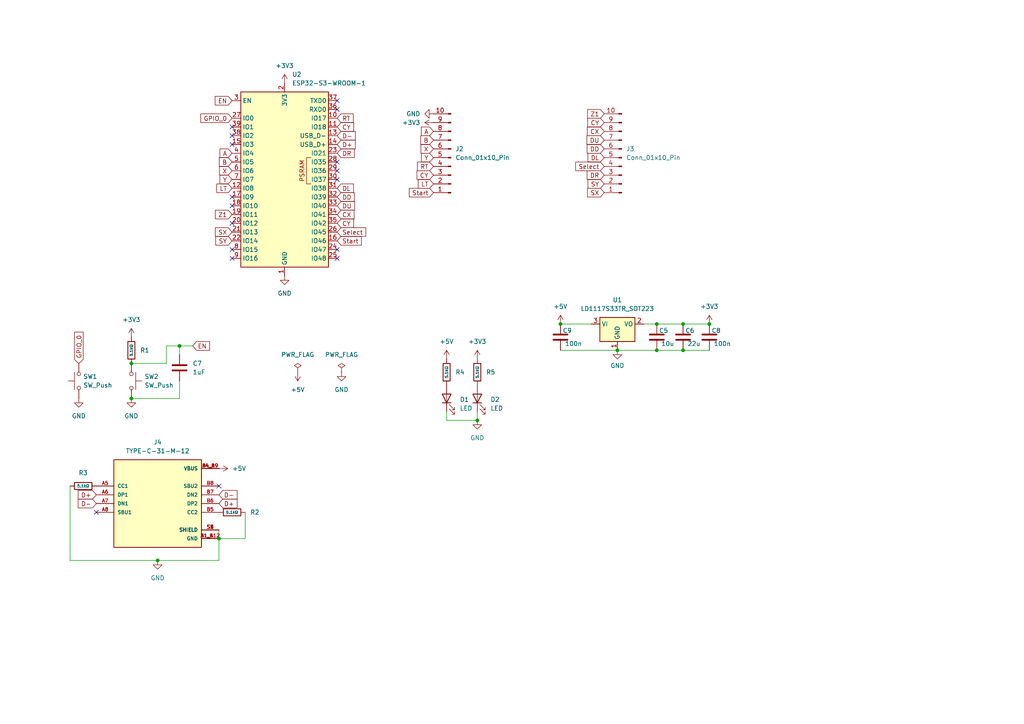
<source format=kicad_sch>
(kicad_sch
	(version 20250114)
	(generator "eeschema")
	(generator_version "9.0")
	(uuid "a65c2ab1-396e-4ceb-a5ac-4198ab160df5")
	(paper "A4")
	(lib_symbols
		(symbol "Connector:Conn_01x10_Pin"
			(pin_names
				(offset 1.016)
				(hide yes)
			)
			(exclude_from_sim no)
			(in_bom yes)
			(on_board yes)
			(property "Reference" "J"
				(at 0 12.7 0)
				(effects
					(font
						(size 1.27 1.27)
					)
				)
			)
			(property "Value" "Conn_01x10_Pin"
				(at 0 -15.24 0)
				(effects
					(font
						(size 1.27 1.27)
					)
				)
			)
			(property "Footprint" ""
				(at 0 0 0)
				(effects
					(font
						(size 1.27 1.27)
					)
					(hide yes)
				)
			)
			(property "Datasheet" "~"
				(at 0 0 0)
				(effects
					(font
						(size 1.27 1.27)
					)
					(hide yes)
				)
			)
			(property "Description" "Generic connector, single row, 01x10, script generated"
				(at 0 0 0)
				(effects
					(font
						(size 1.27 1.27)
					)
					(hide yes)
				)
			)
			(property "ki_locked" ""
				(at 0 0 0)
				(effects
					(font
						(size 1.27 1.27)
					)
				)
			)
			(property "ki_keywords" "connector"
				(at 0 0 0)
				(effects
					(font
						(size 1.27 1.27)
					)
					(hide yes)
				)
			)
			(property "ki_fp_filters" "Connector*:*_1x??_*"
				(at 0 0 0)
				(effects
					(font
						(size 1.27 1.27)
					)
					(hide yes)
				)
			)
			(symbol "Conn_01x10_Pin_1_1"
				(rectangle
					(start 0.8636 10.287)
					(end 0 10.033)
					(stroke
						(width 0.1524)
						(type default)
					)
					(fill
						(type outline)
					)
				)
				(rectangle
					(start 0.8636 7.747)
					(end 0 7.493)
					(stroke
						(width 0.1524)
						(type default)
					)
					(fill
						(type outline)
					)
				)
				(rectangle
					(start 0.8636 5.207)
					(end 0 4.953)
					(stroke
						(width 0.1524)
						(type default)
					)
					(fill
						(type outline)
					)
				)
				(rectangle
					(start 0.8636 2.667)
					(end 0 2.413)
					(stroke
						(width 0.1524)
						(type default)
					)
					(fill
						(type outline)
					)
				)
				(rectangle
					(start 0.8636 0.127)
					(end 0 -0.127)
					(stroke
						(width 0.1524)
						(type default)
					)
					(fill
						(type outline)
					)
				)
				(rectangle
					(start 0.8636 -2.413)
					(end 0 -2.667)
					(stroke
						(width 0.1524)
						(type default)
					)
					(fill
						(type outline)
					)
				)
				(rectangle
					(start 0.8636 -4.953)
					(end 0 -5.207)
					(stroke
						(width 0.1524)
						(type default)
					)
					(fill
						(type outline)
					)
				)
				(rectangle
					(start 0.8636 -7.493)
					(end 0 -7.747)
					(stroke
						(width 0.1524)
						(type default)
					)
					(fill
						(type outline)
					)
				)
				(rectangle
					(start 0.8636 -10.033)
					(end 0 -10.287)
					(stroke
						(width 0.1524)
						(type default)
					)
					(fill
						(type outline)
					)
				)
				(rectangle
					(start 0.8636 -12.573)
					(end 0 -12.827)
					(stroke
						(width 0.1524)
						(type default)
					)
					(fill
						(type outline)
					)
				)
				(polyline
					(pts
						(xy 1.27 10.16) (xy 0.8636 10.16)
					)
					(stroke
						(width 0.1524)
						(type default)
					)
					(fill
						(type none)
					)
				)
				(polyline
					(pts
						(xy 1.27 7.62) (xy 0.8636 7.62)
					)
					(stroke
						(width 0.1524)
						(type default)
					)
					(fill
						(type none)
					)
				)
				(polyline
					(pts
						(xy 1.27 5.08) (xy 0.8636 5.08)
					)
					(stroke
						(width 0.1524)
						(type default)
					)
					(fill
						(type none)
					)
				)
				(polyline
					(pts
						(xy 1.27 2.54) (xy 0.8636 2.54)
					)
					(stroke
						(width 0.1524)
						(type default)
					)
					(fill
						(type none)
					)
				)
				(polyline
					(pts
						(xy 1.27 0) (xy 0.8636 0)
					)
					(stroke
						(width 0.1524)
						(type default)
					)
					(fill
						(type none)
					)
				)
				(polyline
					(pts
						(xy 1.27 -2.54) (xy 0.8636 -2.54)
					)
					(stroke
						(width 0.1524)
						(type default)
					)
					(fill
						(type none)
					)
				)
				(polyline
					(pts
						(xy 1.27 -5.08) (xy 0.8636 -5.08)
					)
					(stroke
						(width 0.1524)
						(type default)
					)
					(fill
						(type none)
					)
				)
				(polyline
					(pts
						(xy 1.27 -7.62) (xy 0.8636 -7.62)
					)
					(stroke
						(width 0.1524)
						(type default)
					)
					(fill
						(type none)
					)
				)
				(polyline
					(pts
						(xy 1.27 -10.16) (xy 0.8636 -10.16)
					)
					(stroke
						(width 0.1524)
						(type default)
					)
					(fill
						(type none)
					)
				)
				(polyline
					(pts
						(xy 1.27 -12.7) (xy 0.8636 -12.7)
					)
					(stroke
						(width 0.1524)
						(type default)
					)
					(fill
						(type none)
					)
				)
				(pin passive line
					(at 5.08 10.16 180)
					(length 3.81)
					(name "Pin_1"
						(effects
							(font
								(size 1.27 1.27)
							)
						)
					)
					(number "1"
						(effects
							(font
								(size 1.27 1.27)
							)
						)
					)
				)
				(pin passive line
					(at 5.08 7.62 180)
					(length 3.81)
					(name "Pin_2"
						(effects
							(font
								(size 1.27 1.27)
							)
						)
					)
					(number "2"
						(effects
							(font
								(size 1.27 1.27)
							)
						)
					)
				)
				(pin passive line
					(at 5.08 5.08 180)
					(length 3.81)
					(name "Pin_3"
						(effects
							(font
								(size 1.27 1.27)
							)
						)
					)
					(number "3"
						(effects
							(font
								(size 1.27 1.27)
							)
						)
					)
				)
				(pin passive line
					(at 5.08 2.54 180)
					(length 3.81)
					(name "Pin_4"
						(effects
							(font
								(size 1.27 1.27)
							)
						)
					)
					(number "4"
						(effects
							(font
								(size 1.27 1.27)
							)
						)
					)
				)
				(pin passive line
					(at 5.08 0 180)
					(length 3.81)
					(name "Pin_5"
						(effects
							(font
								(size 1.27 1.27)
							)
						)
					)
					(number "5"
						(effects
							(font
								(size 1.27 1.27)
							)
						)
					)
				)
				(pin passive line
					(at 5.08 -2.54 180)
					(length 3.81)
					(name "Pin_6"
						(effects
							(font
								(size 1.27 1.27)
							)
						)
					)
					(number "6"
						(effects
							(font
								(size 1.27 1.27)
							)
						)
					)
				)
				(pin passive line
					(at 5.08 -5.08 180)
					(length 3.81)
					(name "Pin_7"
						(effects
							(font
								(size 1.27 1.27)
							)
						)
					)
					(number "7"
						(effects
							(font
								(size 1.27 1.27)
							)
						)
					)
				)
				(pin passive line
					(at 5.08 -7.62 180)
					(length 3.81)
					(name "Pin_8"
						(effects
							(font
								(size 1.27 1.27)
							)
						)
					)
					(number "8"
						(effects
							(font
								(size 1.27 1.27)
							)
						)
					)
				)
				(pin passive line
					(at 5.08 -10.16 180)
					(length 3.81)
					(name "Pin_9"
						(effects
							(font
								(size 1.27 1.27)
							)
						)
					)
					(number "9"
						(effects
							(font
								(size 1.27 1.27)
							)
						)
					)
				)
				(pin passive line
					(at 5.08 -12.7 180)
					(length 3.81)
					(name "Pin_10"
						(effects
							(font
								(size 1.27 1.27)
							)
						)
					)
					(number "10"
						(effects
							(font
								(size 1.27 1.27)
							)
						)
					)
				)
			)
			(embedded_fonts no)
		)
		(symbol "Device:C"
			(pin_numbers
				(hide yes)
			)
			(pin_names
				(offset 0.254)
			)
			(exclude_from_sim no)
			(in_bom yes)
			(on_board yes)
			(property "Reference" "C"
				(at 0.635 2.54 0)
				(effects
					(font
						(size 1.27 1.27)
					)
					(justify left)
				)
			)
			(property "Value" "C"
				(at 0.635 -2.54 0)
				(effects
					(font
						(size 1.27 1.27)
					)
					(justify left)
				)
			)
			(property "Footprint" ""
				(at 0.9652 -3.81 0)
				(effects
					(font
						(size 1.27 1.27)
					)
					(hide yes)
				)
			)
			(property "Datasheet" "~"
				(at 0 0 0)
				(effects
					(font
						(size 1.27 1.27)
					)
					(hide yes)
				)
			)
			(property "Description" "Unpolarized capacitor"
				(at 0 0 0)
				(effects
					(font
						(size 1.27 1.27)
					)
					(hide yes)
				)
			)
			(property "ki_keywords" "cap capacitor"
				(at 0 0 0)
				(effects
					(font
						(size 1.27 1.27)
					)
					(hide yes)
				)
			)
			(property "ki_fp_filters" "C_*"
				(at 0 0 0)
				(effects
					(font
						(size 1.27 1.27)
					)
					(hide yes)
				)
			)
			(symbol "C_0_1"
				(polyline
					(pts
						(xy -2.032 0.762) (xy 2.032 0.762)
					)
					(stroke
						(width 0.508)
						(type default)
					)
					(fill
						(type none)
					)
				)
				(polyline
					(pts
						(xy -2.032 -0.762) (xy 2.032 -0.762)
					)
					(stroke
						(width 0.508)
						(type default)
					)
					(fill
						(type none)
					)
				)
			)
			(symbol "C_1_1"
				(pin passive line
					(at 0 3.81 270)
					(length 2.794)
					(name "~"
						(effects
							(font
								(size 1.27 1.27)
							)
						)
					)
					(number "1"
						(effects
							(font
								(size 1.27 1.27)
							)
						)
					)
				)
				(pin passive line
					(at 0 -3.81 90)
					(length 2.794)
					(name "~"
						(effects
							(font
								(size 1.27 1.27)
							)
						)
					)
					(number "2"
						(effects
							(font
								(size 1.27 1.27)
							)
						)
					)
				)
			)
			(embedded_fonts no)
		)
		(symbol "Device:LED"
			(pin_numbers
				(hide yes)
			)
			(pin_names
				(offset 1.016)
				(hide yes)
			)
			(exclude_from_sim no)
			(in_bom yes)
			(on_board yes)
			(property "Reference" "D"
				(at 0 2.54 0)
				(effects
					(font
						(size 1.27 1.27)
					)
				)
			)
			(property "Value" "LED"
				(at 0 -2.54 0)
				(effects
					(font
						(size 1.27 1.27)
					)
				)
			)
			(property "Footprint" ""
				(at 0 0 0)
				(effects
					(font
						(size 1.27 1.27)
					)
					(hide yes)
				)
			)
			(property "Datasheet" "~"
				(at 0 0 0)
				(effects
					(font
						(size 1.27 1.27)
					)
					(hide yes)
				)
			)
			(property "Description" "Light emitting diode"
				(at 0 0 0)
				(effects
					(font
						(size 1.27 1.27)
					)
					(hide yes)
				)
			)
			(property "Sim.Pins" "1=K 2=A"
				(at 0 0 0)
				(effects
					(font
						(size 1.27 1.27)
					)
					(hide yes)
				)
			)
			(property "ki_keywords" "LED diode"
				(at 0 0 0)
				(effects
					(font
						(size 1.27 1.27)
					)
					(hide yes)
				)
			)
			(property "ki_fp_filters" "LED* LED_SMD:* LED_THT:*"
				(at 0 0 0)
				(effects
					(font
						(size 1.27 1.27)
					)
					(hide yes)
				)
			)
			(symbol "LED_0_1"
				(polyline
					(pts
						(xy -3.048 -0.762) (xy -4.572 -2.286) (xy -3.81 -2.286) (xy -4.572 -2.286) (xy -4.572 -1.524)
					)
					(stroke
						(width 0)
						(type default)
					)
					(fill
						(type none)
					)
				)
				(polyline
					(pts
						(xy -1.778 -0.762) (xy -3.302 -2.286) (xy -2.54 -2.286) (xy -3.302 -2.286) (xy -3.302 -1.524)
					)
					(stroke
						(width 0)
						(type default)
					)
					(fill
						(type none)
					)
				)
				(polyline
					(pts
						(xy -1.27 0) (xy 1.27 0)
					)
					(stroke
						(width 0)
						(type default)
					)
					(fill
						(type none)
					)
				)
				(polyline
					(pts
						(xy -1.27 -1.27) (xy -1.27 1.27)
					)
					(stroke
						(width 0.254)
						(type default)
					)
					(fill
						(type none)
					)
				)
				(polyline
					(pts
						(xy 1.27 -1.27) (xy 1.27 1.27) (xy -1.27 0) (xy 1.27 -1.27)
					)
					(stroke
						(width 0.254)
						(type default)
					)
					(fill
						(type none)
					)
				)
			)
			(symbol "LED_1_1"
				(pin passive line
					(at -3.81 0 0)
					(length 2.54)
					(name "K"
						(effects
							(font
								(size 1.27 1.27)
							)
						)
					)
					(number "1"
						(effects
							(font
								(size 1.27 1.27)
							)
						)
					)
				)
				(pin passive line
					(at 3.81 0 180)
					(length 2.54)
					(name "A"
						(effects
							(font
								(size 1.27 1.27)
							)
						)
					)
					(number "2"
						(effects
							(font
								(size 1.27 1.27)
							)
						)
					)
				)
			)
			(embedded_fonts no)
		)
		(symbol "PCM_JLCPCB-Resistors:0603,5.1kΩ"
			(pin_numbers
				(hide yes)
			)
			(pin_names
				(offset 0)
			)
			(exclude_from_sim no)
			(in_bom yes)
			(on_board yes)
			(property "Reference" "R"
				(at 1.778 0 0)
				(effects
					(font
						(size 1.27 1.27)
					)
					(justify left)
				)
			)
			(property "Value" "5.1kΩ"
				(at 0 0 90)
				(do_not_autoplace)
				(effects
					(font
						(size 0.8 0.8)
					)
				)
			)
			(property "Footprint" "PCM_JLCPCB:R_0603"
				(at -1.778 0 90)
				(effects
					(font
						(size 1.27 1.27)
					)
					(hide yes)
				)
			)
			(property "Datasheet" "https://www.lcsc.com/datasheet/lcsc_datasheet_2206010116_UNI-ROYAL-Uniroyal-Elec-0603WAF5101T5E_C23186.pdf"
				(at 0 0 0)
				(effects
					(font
						(size 1.27 1.27)
					)
					(hide yes)
				)
			)
			(property "Description" "100mW Thick Film Resistors 75V ±100ppm/°C ±1% 5.1kΩ 0603 Chip Resistor - Surface Mount ROHS"
				(at 0 0 0)
				(effects
					(font
						(size 1.27 1.27)
					)
					(hide yes)
				)
			)
			(property "LCSC" "C23186"
				(at 0 0 0)
				(effects
					(font
						(size 1.27 1.27)
					)
					(hide yes)
				)
			)
			(property "Stock" "9223405"
				(at 0 0 0)
				(effects
					(font
						(size 1.27 1.27)
					)
					(hide yes)
				)
			)
			(property "Price" "0.004USD"
				(at 0 0 0)
				(effects
					(font
						(size 1.27 1.27)
					)
					(hide yes)
				)
			)
			(property "Process" "SMT"
				(at 0 0 0)
				(effects
					(font
						(size 1.27 1.27)
					)
					(hide yes)
				)
			)
			(property "Minimum Qty" "20"
				(at 0 0 0)
				(effects
					(font
						(size 1.27 1.27)
					)
					(hide yes)
				)
			)
			(property "Attrition Qty" "10"
				(at 0 0 0)
				(effects
					(font
						(size 1.27 1.27)
					)
					(hide yes)
				)
			)
			(property "Class" "Basic Component"
				(at 0 0 0)
				(effects
					(font
						(size 1.27 1.27)
					)
					(hide yes)
				)
			)
			(property "Category" "Resistors,Chip Resistor - Surface Mount"
				(at 0 0 0)
				(effects
					(font
						(size 1.27 1.27)
					)
					(hide yes)
				)
			)
			(property "Manufacturer" "UNI-ROYAL(Uniroyal Elec)"
				(at 0 0 0)
				(effects
					(font
						(size 1.27 1.27)
					)
					(hide yes)
				)
			)
			(property "Part" "0603WAF5101T5E"
				(at 0 0 0)
				(effects
					(font
						(size 1.27 1.27)
					)
					(hide yes)
				)
			)
			(property "Resistance" "5.1kΩ"
				(at 0 0 0)
				(effects
					(font
						(size 1.27 1.27)
					)
					(hide yes)
				)
			)
			(property "Power(Watts)" "100mW"
				(at 0 0 0)
				(effects
					(font
						(size 1.27 1.27)
					)
					(hide yes)
				)
			)
			(property "Type" "Thick Film Resistors"
				(at 0 0 0)
				(effects
					(font
						(size 1.27 1.27)
					)
					(hide yes)
				)
			)
			(property "Overload Voltage (Max)" "75V"
				(at 0 0 0)
				(effects
					(font
						(size 1.27 1.27)
					)
					(hide yes)
				)
			)
			(property "Operating Temperature Range" "-55°C~+155°C"
				(at 0 0 0)
				(effects
					(font
						(size 1.27 1.27)
					)
					(hide yes)
				)
			)
			(property "Tolerance" "±1%"
				(at 0 0 0)
				(effects
					(font
						(size 1.27 1.27)
					)
					(hide yes)
				)
			)
			(property "Temperature Coefficient" "±100ppm/°C"
				(at 0 0 0)
				(effects
					(font
						(size 1.27 1.27)
					)
					(hide yes)
				)
			)
			(property "ki_fp_filters" "R_*"
				(at 0 0 0)
				(effects
					(font
						(size 1.27 1.27)
					)
					(hide yes)
				)
			)
			(symbol "0603,5.1kΩ_0_1"
				(rectangle
					(start -1.016 2.54)
					(end 1.016 -2.54)
					(stroke
						(width 0.254)
						(type default)
					)
					(fill
						(type none)
					)
				)
			)
			(symbol "0603,5.1kΩ_1_1"
				(pin passive line
					(at 0 3.81 270)
					(length 1.27)
					(name "~"
						(effects
							(font
								(size 1.27 1.27)
							)
						)
					)
					(number "1"
						(effects
							(font
								(size 1.27 1.27)
							)
						)
					)
				)
				(pin passive line
					(at 0 -3.81 90)
					(length 1.27)
					(name "~"
						(effects
							(font
								(size 1.27 1.27)
							)
						)
					)
					(number "2"
						(effects
							(font
								(size 1.27 1.27)
							)
						)
					)
				)
			)
			(embedded_fonts no)
		)
		(symbol "RF_Module:ESP32-S3-WROOM-1"
			(exclude_from_sim no)
			(in_bom yes)
			(on_board yes)
			(property "Reference" "U"
				(at -12.7 26.67 0)
				(effects
					(font
						(size 1.27 1.27)
					)
				)
			)
			(property "Value" "ESP32-S3-WROOM-1"
				(at 12.7 26.67 0)
				(effects
					(font
						(size 1.27 1.27)
					)
				)
			)
			(property "Footprint" "RF_Module:ESP32-S3-WROOM-1"
				(at 0 2.54 0)
				(effects
					(font
						(size 1.27 1.27)
					)
					(hide yes)
				)
			)
			(property "Datasheet" "https://www.espressif.com/sites/default/files/documentation/esp32-s3-wroom-1_wroom-1u_datasheet_en.pdf"
				(at 0 0 0)
				(effects
					(font
						(size 1.27 1.27)
					)
					(hide yes)
				)
			)
			(property "Description" "RF Module, ESP32-S3 SoC, Wi-Fi 802.11b/g/n, Bluetooth, BLE, 32-bit, 3.3V, onboard antenna, SMD"
				(at 0 0 0)
				(effects
					(font
						(size 1.27 1.27)
					)
					(hide yes)
				)
			)
			(property "ki_keywords" "RF Radio BT ESP ESP32-S3 Espressif onboard PCB antenna"
				(at 0 0 0)
				(effects
					(font
						(size 1.27 1.27)
					)
					(hide yes)
				)
			)
			(property "ki_fp_filters" "ESP32?S3?WROOM?1*"
				(at 0 0 0)
				(effects
					(font
						(size 1.27 1.27)
					)
					(hide yes)
				)
			)
			(symbol "ESP32-S3-WROOM-1_0_0"
				(rectangle
					(start -12.7 25.4)
					(end 12.7 -25.4)
					(stroke
						(width 0.254)
						(type default)
					)
					(fill
						(type background)
					)
				)
				(text "PSRAM"
					(at 5.08 2.54 900)
					(effects
						(font
							(size 1.27 1.27)
						)
					)
				)
			)
			(symbol "ESP32-S3-WROOM-1_0_1"
				(polyline
					(pts
						(xy 7.62 -1.27) (xy 6.35 -1.27) (xy 6.35 6.35) (xy 7.62 6.35)
					)
					(stroke
						(width 0)
						(type default)
					)
					(fill
						(type none)
					)
				)
			)
			(symbol "ESP32-S3-WROOM-1_1_1"
				(pin input line
					(at -15.24 22.86 0)
					(length 2.54)
					(name "EN"
						(effects
							(font
								(size 1.27 1.27)
							)
						)
					)
					(number "3"
						(effects
							(font
								(size 1.27 1.27)
							)
						)
					)
				)
				(pin bidirectional line
					(at -15.24 17.78 0)
					(length 2.54)
					(name "IO0"
						(effects
							(font
								(size 1.27 1.27)
							)
						)
					)
					(number "27"
						(effects
							(font
								(size 1.27 1.27)
							)
						)
					)
				)
				(pin bidirectional line
					(at -15.24 15.24 0)
					(length 2.54)
					(name "IO1"
						(effects
							(font
								(size 1.27 1.27)
							)
						)
					)
					(number "39"
						(effects
							(font
								(size 1.27 1.27)
							)
						)
					)
				)
				(pin bidirectional line
					(at -15.24 12.7 0)
					(length 2.54)
					(name "IO2"
						(effects
							(font
								(size 1.27 1.27)
							)
						)
					)
					(number "38"
						(effects
							(font
								(size 1.27 1.27)
							)
						)
					)
				)
				(pin bidirectional line
					(at -15.24 10.16 0)
					(length 2.54)
					(name "IO3"
						(effects
							(font
								(size 1.27 1.27)
							)
						)
					)
					(number "15"
						(effects
							(font
								(size 1.27 1.27)
							)
						)
					)
				)
				(pin bidirectional line
					(at -15.24 7.62 0)
					(length 2.54)
					(name "IO4"
						(effects
							(font
								(size 1.27 1.27)
							)
						)
					)
					(number "4"
						(effects
							(font
								(size 1.27 1.27)
							)
						)
					)
				)
				(pin bidirectional line
					(at -15.24 5.08 0)
					(length 2.54)
					(name "IO5"
						(effects
							(font
								(size 1.27 1.27)
							)
						)
					)
					(number "5"
						(effects
							(font
								(size 1.27 1.27)
							)
						)
					)
				)
				(pin bidirectional line
					(at -15.24 2.54 0)
					(length 2.54)
					(name "IO6"
						(effects
							(font
								(size 1.27 1.27)
							)
						)
					)
					(number "6"
						(effects
							(font
								(size 1.27 1.27)
							)
						)
					)
				)
				(pin bidirectional line
					(at -15.24 0 0)
					(length 2.54)
					(name "IO7"
						(effects
							(font
								(size 1.27 1.27)
							)
						)
					)
					(number "7"
						(effects
							(font
								(size 1.27 1.27)
							)
						)
					)
				)
				(pin bidirectional line
					(at -15.24 -2.54 0)
					(length 2.54)
					(name "IO8"
						(effects
							(font
								(size 1.27 1.27)
							)
						)
					)
					(number "12"
						(effects
							(font
								(size 1.27 1.27)
							)
						)
					)
				)
				(pin bidirectional line
					(at -15.24 -5.08 0)
					(length 2.54)
					(name "IO9"
						(effects
							(font
								(size 1.27 1.27)
							)
						)
					)
					(number "17"
						(effects
							(font
								(size 1.27 1.27)
							)
						)
					)
				)
				(pin bidirectional line
					(at -15.24 -7.62 0)
					(length 2.54)
					(name "IO10"
						(effects
							(font
								(size 1.27 1.27)
							)
						)
					)
					(number "18"
						(effects
							(font
								(size 1.27 1.27)
							)
						)
					)
				)
				(pin bidirectional line
					(at -15.24 -10.16 0)
					(length 2.54)
					(name "IO11"
						(effects
							(font
								(size 1.27 1.27)
							)
						)
					)
					(number "19"
						(effects
							(font
								(size 1.27 1.27)
							)
						)
					)
				)
				(pin bidirectional line
					(at -15.24 -12.7 0)
					(length 2.54)
					(name "IO12"
						(effects
							(font
								(size 1.27 1.27)
							)
						)
					)
					(number "20"
						(effects
							(font
								(size 1.27 1.27)
							)
						)
					)
				)
				(pin bidirectional line
					(at -15.24 -15.24 0)
					(length 2.54)
					(name "IO13"
						(effects
							(font
								(size 1.27 1.27)
							)
						)
					)
					(number "21"
						(effects
							(font
								(size 1.27 1.27)
							)
						)
					)
				)
				(pin bidirectional line
					(at -15.24 -17.78 0)
					(length 2.54)
					(name "IO14"
						(effects
							(font
								(size 1.27 1.27)
							)
						)
					)
					(number "22"
						(effects
							(font
								(size 1.27 1.27)
							)
						)
					)
				)
				(pin bidirectional line
					(at -15.24 -20.32 0)
					(length 2.54)
					(name "IO15"
						(effects
							(font
								(size 1.27 1.27)
							)
						)
					)
					(number "8"
						(effects
							(font
								(size 1.27 1.27)
							)
						)
					)
				)
				(pin bidirectional line
					(at -15.24 -22.86 0)
					(length 2.54)
					(name "IO16"
						(effects
							(font
								(size 1.27 1.27)
							)
						)
					)
					(number "9"
						(effects
							(font
								(size 1.27 1.27)
							)
						)
					)
				)
				(pin power_in line
					(at 0 27.94 270)
					(length 2.54)
					(name "3V3"
						(effects
							(font
								(size 1.27 1.27)
							)
						)
					)
					(number "2"
						(effects
							(font
								(size 1.27 1.27)
							)
						)
					)
				)
				(pin power_in line
					(at 0 -27.94 90)
					(length 2.54)
					(name "GND"
						(effects
							(font
								(size 1.27 1.27)
							)
						)
					)
					(number "1"
						(effects
							(font
								(size 1.27 1.27)
							)
						)
					)
				)
				(pin passive line
					(at 0 -27.94 90)
					(length 2.54)
					(hide yes)
					(name "GND"
						(effects
							(font
								(size 1.27 1.27)
							)
						)
					)
					(number "40"
						(effects
							(font
								(size 1.27 1.27)
							)
						)
					)
				)
				(pin passive line
					(at 0 -27.94 90)
					(length 2.54)
					(hide yes)
					(name "GND"
						(effects
							(font
								(size 1.27 1.27)
							)
						)
					)
					(number "41"
						(effects
							(font
								(size 1.27 1.27)
							)
						)
					)
				)
				(pin bidirectional line
					(at 15.24 22.86 180)
					(length 2.54)
					(name "TXD0"
						(effects
							(font
								(size 1.27 1.27)
							)
						)
					)
					(number "37"
						(effects
							(font
								(size 1.27 1.27)
							)
						)
					)
				)
				(pin bidirectional line
					(at 15.24 20.32 180)
					(length 2.54)
					(name "RXD0"
						(effects
							(font
								(size 1.27 1.27)
							)
						)
					)
					(number "36"
						(effects
							(font
								(size 1.27 1.27)
							)
						)
					)
				)
				(pin bidirectional line
					(at 15.24 17.78 180)
					(length 2.54)
					(name "IO17"
						(effects
							(font
								(size 1.27 1.27)
							)
						)
					)
					(number "10"
						(effects
							(font
								(size 1.27 1.27)
							)
						)
					)
				)
				(pin bidirectional line
					(at 15.24 15.24 180)
					(length 2.54)
					(name "IO18"
						(effects
							(font
								(size 1.27 1.27)
							)
						)
					)
					(number "11"
						(effects
							(font
								(size 1.27 1.27)
							)
						)
					)
				)
				(pin bidirectional line
					(at 15.24 12.7 180)
					(length 2.54)
					(name "USB_D-"
						(effects
							(font
								(size 1.27 1.27)
							)
						)
					)
					(number "13"
						(effects
							(font
								(size 1.27 1.27)
							)
						)
					)
					(alternate "IO19" bidirectional line)
				)
				(pin bidirectional line
					(at 15.24 10.16 180)
					(length 2.54)
					(name "USB_D+"
						(effects
							(font
								(size 1.27 1.27)
							)
						)
					)
					(number "14"
						(effects
							(font
								(size 1.27 1.27)
							)
						)
					)
					(alternate "IO20" bidirectional line)
				)
				(pin bidirectional line
					(at 15.24 7.62 180)
					(length 2.54)
					(name "IO21"
						(effects
							(font
								(size 1.27 1.27)
							)
						)
					)
					(number "23"
						(effects
							(font
								(size 1.27 1.27)
							)
						)
					)
				)
				(pin bidirectional line
					(at 15.24 5.08 180)
					(length 2.54)
					(name "IO35"
						(effects
							(font
								(size 1.27 1.27)
							)
						)
					)
					(number "28"
						(effects
							(font
								(size 1.27 1.27)
							)
						)
					)
				)
				(pin bidirectional line
					(at 15.24 2.54 180)
					(length 2.54)
					(name "IO36"
						(effects
							(font
								(size 1.27 1.27)
							)
						)
					)
					(number "29"
						(effects
							(font
								(size 1.27 1.27)
							)
						)
					)
				)
				(pin bidirectional line
					(at 15.24 0 180)
					(length 2.54)
					(name "IO37"
						(effects
							(font
								(size 1.27 1.27)
							)
						)
					)
					(number "30"
						(effects
							(font
								(size 1.27 1.27)
							)
						)
					)
				)
				(pin bidirectional line
					(at 15.24 -2.54 180)
					(length 2.54)
					(name "IO38"
						(effects
							(font
								(size 1.27 1.27)
							)
						)
					)
					(number "31"
						(effects
							(font
								(size 1.27 1.27)
							)
						)
					)
				)
				(pin bidirectional line
					(at 15.24 -5.08 180)
					(length 2.54)
					(name "IO39"
						(effects
							(font
								(size 1.27 1.27)
							)
						)
					)
					(number "32"
						(effects
							(font
								(size 1.27 1.27)
							)
						)
					)
				)
				(pin bidirectional line
					(at 15.24 -7.62 180)
					(length 2.54)
					(name "IO40"
						(effects
							(font
								(size 1.27 1.27)
							)
						)
					)
					(number "33"
						(effects
							(font
								(size 1.27 1.27)
							)
						)
					)
				)
				(pin bidirectional line
					(at 15.24 -10.16 180)
					(length 2.54)
					(name "IO41"
						(effects
							(font
								(size 1.27 1.27)
							)
						)
					)
					(number "34"
						(effects
							(font
								(size 1.27 1.27)
							)
						)
					)
				)
				(pin bidirectional line
					(at 15.24 -12.7 180)
					(length 2.54)
					(name "IO42"
						(effects
							(font
								(size 1.27 1.27)
							)
						)
					)
					(number "35"
						(effects
							(font
								(size 1.27 1.27)
							)
						)
					)
				)
				(pin bidirectional line
					(at 15.24 -15.24 180)
					(length 2.54)
					(name "IO45"
						(effects
							(font
								(size 1.27 1.27)
							)
						)
					)
					(number "26"
						(effects
							(font
								(size 1.27 1.27)
							)
						)
					)
				)
				(pin bidirectional line
					(at 15.24 -17.78 180)
					(length 2.54)
					(name "IO46"
						(effects
							(font
								(size 1.27 1.27)
							)
						)
					)
					(number "16"
						(effects
							(font
								(size 1.27 1.27)
							)
						)
					)
				)
				(pin bidirectional line
					(at 15.24 -20.32 180)
					(length 2.54)
					(name "IO47"
						(effects
							(font
								(size 1.27 1.27)
							)
						)
					)
					(number "24"
						(effects
							(font
								(size 1.27 1.27)
							)
						)
					)
				)
				(pin bidirectional line
					(at 15.24 -22.86 180)
					(length 2.54)
					(name "IO48"
						(effects
							(font
								(size 1.27 1.27)
							)
						)
					)
					(number "25"
						(effects
							(font
								(size 1.27 1.27)
							)
						)
					)
				)
			)
			(embedded_fonts no)
		)
		(symbol "Regulator_Linear:LD1117S33TR_SOT223"
			(exclude_from_sim no)
			(in_bom yes)
			(on_board yes)
			(property "Reference" "U"
				(at -3.81 3.175 0)
				(effects
					(font
						(size 1.27 1.27)
					)
				)
			)
			(property "Value" "LD1117S33TR_SOT223"
				(at 0 3.175 0)
				(effects
					(font
						(size 1.27 1.27)
					)
					(justify left)
				)
			)
			(property "Footprint" "Package_TO_SOT_SMD:SOT-223-3_TabPin2"
				(at 0 5.08 0)
				(effects
					(font
						(size 1.27 1.27)
					)
					(hide yes)
				)
			)
			(property "Datasheet" "http://www.st.com/st-web-ui/static/active/en/resource/technical/document/datasheet/CD00000544.pdf"
				(at 2.54 -6.35 0)
				(effects
					(font
						(size 1.27 1.27)
					)
					(hide yes)
				)
			)
			(property "Description" "800mA Fixed Low Drop Positive Voltage Regulator, Fixed Output 3.3V, SOT-223"
				(at 0 0 0)
				(effects
					(font
						(size 1.27 1.27)
					)
					(hide yes)
				)
			)
			(property "ki_keywords" "REGULATOR LDO 3.3V"
				(at 0 0 0)
				(effects
					(font
						(size 1.27 1.27)
					)
					(hide yes)
				)
			)
			(property "ki_fp_filters" "SOT?223*TabPin2*"
				(at 0 0 0)
				(effects
					(font
						(size 1.27 1.27)
					)
					(hide yes)
				)
			)
			(symbol "LD1117S33TR_SOT223_0_1"
				(rectangle
					(start -5.08 -5.08)
					(end 5.08 1.905)
					(stroke
						(width 0.254)
						(type default)
					)
					(fill
						(type background)
					)
				)
			)
			(symbol "LD1117S33TR_SOT223_1_1"
				(pin power_in line
					(at -7.62 0 0)
					(length 2.54)
					(name "VI"
						(effects
							(font
								(size 1.27 1.27)
							)
						)
					)
					(number "3"
						(effects
							(font
								(size 1.27 1.27)
							)
						)
					)
				)
				(pin power_in line
					(at 0 -7.62 90)
					(length 2.54)
					(name "GND"
						(effects
							(font
								(size 1.27 1.27)
							)
						)
					)
					(number "1"
						(effects
							(font
								(size 1.27 1.27)
							)
						)
					)
				)
				(pin power_out line
					(at 7.62 0 180)
					(length 2.54)
					(name "VO"
						(effects
							(font
								(size 1.27 1.27)
							)
						)
					)
					(number "2"
						(effects
							(font
								(size 1.27 1.27)
							)
						)
					)
				)
			)
			(embedded_fonts no)
		)
		(symbol "Switch:SW_Push"
			(pin_numbers
				(hide yes)
			)
			(pin_names
				(offset 1.016)
				(hide yes)
			)
			(exclude_from_sim no)
			(in_bom yes)
			(on_board yes)
			(property "Reference" "SW"
				(at 1.27 2.54 0)
				(effects
					(font
						(size 1.27 1.27)
					)
					(justify left)
				)
			)
			(property "Value" "SW_Push"
				(at 0 -1.524 0)
				(effects
					(font
						(size 1.27 1.27)
					)
				)
			)
			(property "Footprint" ""
				(at 0 5.08 0)
				(effects
					(font
						(size 1.27 1.27)
					)
					(hide yes)
				)
			)
			(property "Datasheet" "~"
				(at 0 5.08 0)
				(effects
					(font
						(size 1.27 1.27)
					)
					(hide yes)
				)
			)
			(property "Description" "Push button switch, generic, two pins"
				(at 0 0 0)
				(effects
					(font
						(size 1.27 1.27)
					)
					(hide yes)
				)
			)
			(property "ki_keywords" "switch normally-open pushbutton push-button"
				(at 0 0 0)
				(effects
					(font
						(size 1.27 1.27)
					)
					(hide yes)
				)
			)
			(symbol "SW_Push_0_1"
				(circle
					(center -2.032 0)
					(radius 0.508)
					(stroke
						(width 0)
						(type default)
					)
					(fill
						(type none)
					)
				)
				(polyline
					(pts
						(xy 0 1.27) (xy 0 3.048)
					)
					(stroke
						(width 0)
						(type default)
					)
					(fill
						(type none)
					)
				)
				(circle
					(center 2.032 0)
					(radius 0.508)
					(stroke
						(width 0)
						(type default)
					)
					(fill
						(type none)
					)
				)
				(polyline
					(pts
						(xy 2.54 1.27) (xy -2.54 1.27)
					)
					(stroke
						(width 0)
						(type default)
					)
					(fill
						(type none)
					)
				)
				(pin passive line
					(at -5.08 0 0)
					(length 2.54)
					(name "1"
						(effects
							(font
								(size 1.27 1.27)
							)
						)
					)
					(number "1"
						(effects
							(font
								(size 1.27 1.27)
							)
						)
					)
				)
				(pin passive line
					(at 5.08 0 180)
					(length 2.54)
					(name "2"
						(effects
							(font
								(size 1.27 1.27)
							)
						)
					)
					(number "2"
						(effects
							(font
								(size 1.27 1.27)
							)
						)
					)
				)
			)
			(embedded_fonts no)
		)
		(symbol "TYPE-C-31-M-12:TYPE-C-31-M-12"
			(pin_names
				(offset 1.016)
			)
			(exclude_from_sim no)
			(in_bom yes)
			(on_board yes)
			(property "Reference" "J"
				(at -12.7 13.462 0)
				(effects
					(font
						(size 1.27 1.27)
					)
					(justify left bottom)
				)
			)
			(property "Value" "TYPE-C-31-M-12"
				(at -12.7 -13.462 0)
				(effects
					(font
						(size 1.27 1.27)
					)
					(justify left top)
				)
			)
			(property "Footprint" "HRO_TYPE-C-31-M-12"
				(at 0 0 0)
				(effects
					(font
						(size 1.27 1.27)
					)
					(justify bottom)
					(hide yes)
				)
			)
			(property "Datasheet" ""
				(at 0 0 0)
				(effects
					(font
						(size 1.27 1.27)
					)
					(hide yes)
				)
			)
			(property "Description" ""
				(at 0 0 0)
				(effects
					(font
						(size 1.27 1.27)
					)
					(hide yes)
				)
			)
			(property "PARTREV" "2020.12.08"
				(at 0 0 0)
				(effects
					(font
						(size 1.27 1.27)
					)
					(justify bottom)
					(hide yes)
				)
			)
			(property "MANUFACTURER" "HRO Electronics Co., Ltd."
				(at 0 0 0)
				(effects
					(font
						(size 1.27 1.27)
					)
					(justify bottom)
					(hide yes)
				)
			)
			(property "SNAPEDA_PN" "TYPE-C-31-M-12"
				(at 0 0 0)
				(effects
					(font
						(size 1.27 1.27)
					)
					(justify bottom)
					(hide yes)
				)
			)
			(property "MAXIMUM_PACKAGE_HEIGHT" "3.26 mm"
				(at 0 0 0)
				(effects
					(font
						(size 1.27 1.27)
					)
					(justify bottom)
					(hide yes)
				)
			)
			(property "STANDARD" "Manufacturer Recommendations"
				(at 0 0 0)
				(effects
					(font
						(size 1.27 1.27)
					)
					(justify bottom)
					(hide yes)
				)
			)
			(symbol "TYPE-C-31-M-12_0_0"
				(rectangle
					(start -12.7 -12.7)
					(end 12.7 12.7)
					(stroke
						(width 0.254)
						(type default)
					)
					(fill
						(type background)
					)
				)
				(pin bidirectional line
					(at -17.78 5.08 0)
					(length 5.08)
					(name "CC1"
						(effects
							(font
								(size 1.016 1.016)
							)
						)
					)
					(number "A5"
						(effects
							(font
								(size 1.016 1.016)
							)
						)
					)
				)
				(pin bidirectional line
					(at -17.78 2.54 0)
					(length 5.08)
					(name "DP1"
						(effects
							(font
								(size 1.016 1.016)
							)
						)
					)
					(number "A6"
						(effects
							(font
								(size 1.016 1.016)
							)
						)
					)
				)
				(pin bidirectional line
					(at -17.78 0 0)
					(length 5.08)
					(name "DN1"
						(effects
							(font
								(size 1.016 1.016)
							)
						)
					)
					(number "A7"
						(effects
							(font
								(size 1.016 1.016)
							)
						)
					)
				)
				(pin bidirectional line
					(at -17.78 -2.54 0)
					(length 5.08)
					(name "SBU1"
						(effects
							(font
								(size 1.016 1.016)
							)
						)
					)
					(number "A8"
						(effects
							(font
								(size 1.016 1.016)
							)
						)
					)
				)
				(pin power_in line
					(at 17.78 10.16 180)
					(length 5.08)
					(name "VBUS"
						(effects
							(font
								(size 1.016 1.016)
							)
						)
					)
					(number "A4_B9"
						(effects
							(font
								(size 1.016 1.016)
							)
						)
					)
				)
				(pin power_in line
					(at 17.78 10.16 180)
					(length 5.08)
					(name "VBUS"
						(effects
							(font
								(size 1.016 1.016)
							)
						)
					)
					(number "B4_A9"
						(effects
							(font
								(size 1.016 1.016)
							)
						)
					)
				)
				(pin bidirectional line
					(at 17.78 5.08 180)
					(length 5.08)
					(name "SBU2"
						(effects
							(font
								(size 1.016 1.016)
							)
						)
					)
					(number "B8"
						(effects
							(font
								(size 1.016 1.016)
							)
						)
					)
				)
				(pin bidirectional line
					(at 17.78 2.54 180)
					(length 5.08)
					(name "DN2"
						(effects
							(font
								(size 1.016 1.016)
							)
						)
					)
					(number "B7"
						(effects
							(font
								(size 1.016 1.016)
							)
						)
					)
				)
				(pin bidirectional line
					(at 17.78 0 180)
					(length 5.08)
					(name "DP2"
						(effects
							(font
								(size 1.016 1.016)
							)
						)
					)
					(number "B6"
						(effects
							(font
								(size 1.016 1.016)
							)
						)
					)
				)
				(pin bidirectional line
					(at 17.78 -2.54 180)
					(length 5.08)
					(name "CC2"
						(effects
							(font
								(size 1.016 1.016)
							)
						)
					)
					(number "B5"
						(effects
							(font
								(size 1.016 1.016)
							)
						)
					)
				)
				(pin passive line
					(at 17.78 -7.62 180)
					(length 5.08)
					(name "SHIELD"
						(effects
							(font
								(size 1.016 1.016)
							)
						)
					)
					(number "S1"
						(effects
							(font
								(size 1.016 1.016)
							)
						)
					)
				)
				(pin passive line
					(at 17.78 -7.62 180)
					(length 5.08)
					(name "SHIELD"
						(effects
							(font
								(size 1.016 1.016)
							)
						)
					)
					(number "S2"
						(effects
							(font
								(size 1.016 1.016)
							)
						)
					)
				)
				(pin passive line
					(at 17.78 -7.62 180)
					(length 5.08)
					(name "SHIELD"
						(effects
							(font
								(size 1.016 1.016)
							)
						)
					)
					(number "S3"
						(effects
							(font
								(size 1.016 1.016)
							)
						)
					)
				)
				(pin passive line
					(at 17.78 -7.62 180)
					(length 5.08)
					(name "SHIELD"
						(effects
							(font
								(size 1.016 1.016)
							)
						)
					)
					(number "S4"
						(effects
							(font
								(size 1.016 1.016)
							)
						)
					)
				)
				(pin power_in line
					(at 17.78 -10.16 180)
					(length 5.08)
					(name "GND"
						(effects
							(font
								(size 1.016 1.016)
							)
						)
					)
					(number "A1_B12"
						(effects
							(font
								(size 1.016 1.016)
							)
						)
					)
				)
				(pin power_in line
					(at 17.78 -10.16 180)
					(length 5.08)
					(name "GND"
						(effects
							(font
								(size 1.016 1.016)
							)
						)
					)
					(number "B1_A12"
						(effects
							(font
								(size 1.016 1.016)
							)
						)
					)
				)
			)
			(embedded_fonts no)
		)
		(symbol "power:+3V3"
			(power)
			(pin_numbers
				(hide yes)
			)
			(pin_names
				(offset 0)
				(hide yes)
			)
			(exclude_from_sim no)
			(in_bom yes)
			(on_board yes)
			(property "Reference" "#PWR"
				(at 0 -3.81 0)
				(effects
					(font
						(size 1.27 1.27)
					)
					(hide yes)
				)
			)
			(property "Value" "+3V3"
				(at 0 3.556 0)
				(effects
					(font
						(size 1.27 1.27)
					)
				)
			)
			(property "Footprint" ""
				(at 0 0 0)
				(effects
					(font
						(size 1.27 1.27)
					)
					(hide yes)
				)
			)
			(property "Datasheet" ""
				(at 0 0 0)
				(effects
					(font
						(size 1.27 1.27)
					)
					(hide yes)
				)
			)
			(property "Description" "Power symbol creates a global label with name \"+3V3\""
				(at 0 0 0)
				(effects
					(font
						(size 1.27 1.27)
					)
					(hide yes)
				)
			)
			(property "ki_keywords" "global power"
				(at 0 0 0)
				(effects
					(font
						(size 1.27 1.27)
					)
					(hide yes)
				)
			)
			(symbol "+3V3_0_1"
				(polyline
					(pts
						(xy -0.762 1.27) (xy 0 2.54)
					)
					(stroke
						(width 0)
						(type default)
					)
					(fill
						(type none)
					)
				)
				(polyline
					(pts
						(xy 0 2.54) (xy 0.762 1.27)
					)
					(stroke
						(width 0)
						(type default)
					)
					(fill
						(type none)
					)
				)
				(polyline
					(pts
						(xy 0 0) (xy 0 2.54)
					)
					(stroke
						(width 0)
						(type default)
					)
					(fill
						(type none)
					)
				)
			)
			(symbol "+3V3_1_1"
				(pin power_in line
					(at 0 0 90)
					(length 0)
					(name "~"
						(effects
							(font
								(size 1.27 1.27)
							)
						)
					)
					(number "1"
						(effects
							(font
								(size 1.27 1.27)
							)
						)
					)
				)
			)
			(embedded_fonts no)
		)
		(symbol "power:+5V"
			(power)
			(pin_numbers
				(hide yes)
			)
			(pin_names
				(offset 0)
				(hide yes)
			)
			(exclude_from_sim no)
			(in_bom yes)
			(on_board yes)
			(property "Reference" "#PWR"
				(at 0 -3.81 0)
				(effects
					(font
						(size 1.27 1.27)
					)
					(hide yes)
				)
			)
			(property "Value" "+5V"
				(at 0 3.556 0)
				(effects
					(font
						(size 1.27 1.27)
					)
				)
			)
			(property "Footprint" ""
				(at 0 0 0)
				(effects
					(font
						(size 1.27 1.27)
					)
					(hide yes)
				)
			)
			(property "Datasheet" ""
				(at 0 0 0)
				(effects
					(font
						(size 1.27 1.27)
					)
					(hide yes)
				)
			)
			(property "Description" "Power symbol creates a global label with name \"+5V\""
				(at 0 0 0)
				(effects
					(font
						(size 1.27 1.27)
					)
					(hide yes)
				)
			)
			(property "ki_keywords" "global power"
				(at 0 0 0)
				(effects
					(font
						(size 1.27 1.27)
					)
					(hide yes)
				)
			)
			(symbol "+5V_0_1"
				(polyline
					(pts
						(xy -0.762 1.27) (xy 0 2.54)
					)
					(stroke
						(width 0)
						(type default)
					)
					(fill
						(type none)
					)
				)
				(polyline
					(pts
						(xy 0 2.54) (xy 0.762 1.27)
					)
					(stroke
						(width 0)
						(type default)
					)
					(fill
						(type none)
					)
				)
				(polyline
					(pts
						(xy 0 0) (xy 0 2.54)
					)
					(stroke
						(width 0)
						(type default)
					)
					(fill
						(type none)
					)
				)
			)
			(symbol "+5V_1_1"
				(pin power_in line
					(at 0 0 90)
					(length 0)
					(name "~"
						(effects
							(font
								(size 1.27 1.27)
							)
						)
					)
					(number "1"
						(effects
							(font
								(size 1.27 1.27)
							)
						)
					)
				)
			)
			(embedded_fonts no)
		)
		(symbol "power:GND"
			(power)
			(pin_numbers
				(hide yes)
			)
			(pin_names
				(offset 0)
				(hide yes)
			)
			(exclude_from_sim no)
			(in_bom yes)
			(on_board yes)
			(property "Reference" "#PWR"
				(at 0 -6.35 0)
				(effects
					(font
						(size 1.27 1.27)
					)
					(hide yes)
				)
			)
			(property "Value" "GND"
				(at 0 -3.81 0)
				(effects
					(font
						(size 1.27 1.27)
					)
				)
			)
			(property "Footprint" ""
				(at 0 0 0)
				(effects
					(font
						(size 1.27 1.27)
					)
					(hide yes)
				)
			)
			(property "Datasheet" ""
				(at 0 0 0)
				(effects
					(font
						(size 1.27 1.27)
					)
					(hide yes)
				)
			)
			(property "Description" "Power symbol creates a global label with name \"GND\" , ground"
				(at 0 0 0)
				(effects
					(font
						(size 1.27 1.27)
					)
					(hide yes)
				)
			)
			(property "ki_keywords" "global power"
				(at 0 0 0)
				(effects
					(font
						(size 1.27 1.27)
					)
					(hide yes)
				)
			)
			(symbol "GND_0_1"
				(polyline
					(pts
						(xy 0 0) (xy 0 -1.27) (xy 1.27 -1.27) (xy 0 -2.54) (xy -1.27 -1.27) (xy 0 -1.27)
					)
					(stroke
						(width 0)
						(type default)
					)
					(fill
						(type none)
					)
				)
			)
			(symbol "GND_1_1"
				(pin power_in line
					(at 0 0 270)
					(length 0)
					(name "~"
						(effects
							(font
								(size 1.27 1.27)
							)
						)
					)
					(number "1"
						(effects
							(font
								(size 1.27 1.27)
							)
						)
					)
				)
			)
			(embedded_fonts no)
		)
		(symbol "power:PWR_FLAG"
			(power)
			(pin_numbers
				(hide yes)
			)
			(pin_names
				(offset 0)
				(hide yes)
			)
			(exclude_from_sim no)
			(in_bom yes)
			(on_board yes)
			(property "Reference" "#FLG"
				(at 0 1.905 0)
				(effects
					(font
						(size 1.27 1.27)
					)
					(hide yes)
				)
			)
			(property "Value" "PWR_FLAG"
				(at 0 3.81 0)
				(effects
					(font
						(size 1.27 1.27)
					)
				)
			)
			(property "Footprint" ""
				(at 0 0 0)
				(effects
					(font
						(size 1.27 1.27)
					)
					(hide yes)
				)
			)
			(property "Datasheet" "~"
				(at 0 0 0)
				(effects
					(font
						(size 1.27 1.27)
					)
					(hide yes)
				)
			)
			(property "Description" "Special symbol for telling ERC where power comes from"
				(at 0 0 0)
				(effects
					(font
						(size 1.27 1.27)
					)
					(hide yes)
				)
			)
			(property "ki_keywords" "flag power"
				(at 0 0 0)
				(effects
					(font
						(size 1.27 1.27)
					)
					(hide yes)
				)
			)
			(symbol "PWR_FLAG_0_0"
				(pin power_out line
					(at 0 0 90)
					(length 0)
					(name "~"
						(effects
							(font
								(size 1.27 1.27)
							)
						)
					)
					(number "1"
						(effects
							(font
								(size 1.27 1.27)
							)
						)
					)
				)
			)
			(symbol "PWR_FLAG_0_1"
				(polyline
					(pts
						(xy 0 0) (xy 0 1.27) (xy -1.016 1.905) (xy 0 2.54) (xy 1.016 1.905) (xy 0 1.27)
					)
					(stroke
						(width 0)
						(type default)
					)
					(fill
						(type none)
					)
				)
			)
			(embedded_fonts no)
		)
	)
	(junction
		(at 205.74 93.98)
		(diameter 0)
		(color 0 0 0 0)
		(uuid "105e2e6a-67aa-4532-a592-49b40d57cc6c")
	)
	(junction
		(at 190.5 101.6)
		(diameter 0)
		(color 0 0 0 0)
		(uuid "2db65943-ea4f-43a7-a4d1-c60d66a79b1d")
	)
	(junction
		(at 198.12 101.6)
		(diameter 0)
		(color 0 0 0 0)
		(uuid "3fe6ebf0-b142-468f-9c61-3138ef1509b3")
	)
	(junction
		(at 45.72 162.56)
		(diameter 0)
		(color 0 0 0 0)
		(uuid "434a1f76-1426-4647-b314-766ec577b862")
	)
	(junction
		(at 162.56 93.98)
		(diameter 0)
		(color 0 0 0 0)
		(uuid "51915373-e322-4d79-af83-74b2ae46f67a")
	)
	(junction
		(at 38.1 105.41)
		(diameter 0)
		(color 0 0 0 0)
		(uuid "6277ebe7-1bbd-45c5-91d9-f0d509ea4fa6")
	)
	(junction
		(at 52.07 100.33)
		(diameter 0)
		(color 0 0 0 0)
		(uuid "62910732-92bf-4841-aa35-6022d6b9604f")
	)
	(junction
		(at 190.5 93.98)
		(diameter 0)
		(color 0 0 0 0)
		(uuid "7950b2f4-6e3f-493b-bf9f-9d913bef4ce7")
	)
	(junction
		(at 198.12 93.98)
		(diameter 0)
		(color 0 0 0 0)
		(uuid "7950fc0b-ea17-4146-99d0-c3fafcf481dc")
	)
	(junction
		(at 63.5 156.21)
		(diameter 0)
		(color 0 0 0 0)
		(uuid "9d3f75b4-62d1-4011-b248-8bba04994f7d")
	)
	(junction
		(at 38.1 115.57)
		(diameter 0)
		(color 0 0 0 0)
		(uuid "b9c03ec8-b883-4c93-a724-7ddb3a0ece12")
	)
	(junction
		(at 179.07 101.6)
		(diameter 0)
		(color 0 0 0 0)
		(uuid "ca9d4bac-6ff4-48ea-b08d-47a8015380d0")
	)
	(junction
		(at 138.43 121.92)
		(diameter 0)
		(color 0 0 0 0)
		(uuid "ed00b290-4641-474d-a874-f0c8bc833af9")
	)
	(no_connect
		(at 67.31 41.91)
		(uuid "0c6b9a1c-e63e-4d1a-a600-7428343a1695")
	)
	(no_connect
		(at 27.94 148.59)
		(uuid "1616d682-817f-4ec9-b497-fe50a3886172")
	)
	(no_connect
		(at 67.31 39.37)
		(uuid "23f2747c-6a13-4439-80a3-fbe25254c392")
	)
	(no_connect
		(at 97.79 29.21)
		(uuid "2f22b274-690b-4c5a-9e89-f68bb1b97541")
	)
	(no_connect
		(at 67.31 72.39)
		(uuid "3768e1c0-320e-4189-8256-6f12b3b27666")
	)
	(no_connect
		(at 67.31 57.15)
		(uuid "3770f4f5-be50-4084-9274-3279c8bbab33")
	)
	(no_connect
		(at 97.79 31.75)
		(uuid "494835ca-7fe5-47c8-8ea3-9d028c3c8040")
	)
	(no_connect
		(at 97.79 74.93)
		(uuid "50bc3f48-c551-496c-8ae3-d75b20928965")
	)
	(no_connect
		(at 67.31 36.83)
		(uuid "62fb0d46-bd76-427c-a9e6-6fee917bd057")
	)
	(no_connect
		(at 67.31 59.69)
		(uuid "63609791-0d39-43cc-abdd-071af631dcd2")
	)
	(no_connect
		(at 63.5 140.97)
		(uuid "798e2fd6-e662-49af-b557-24460ad2fe87")
	)
	(no_connect
		(at 97.79 49.53)
		(uuid "a4bb29f0-c1df-40ab-9b33-88413f2ba168")
	)
	(no_connect
		(at 97.79 72.39)
		(uuid "c59f2907-c9ad-4cfe-93b2-c89a180d1ab0")
	)
	(no_connect
		(at 67.31 74.93)
		(uuid "d0c46781-9d92-43d9-ad54-b882aaa0b9b1")
	)
	(no_connect
		(at 67.31 64.77)
		(uuid "e2e14676-59ef-4ad1-bfa0-e185ec1eac71")
	)
	(no_connect
		(at 97.79 46.99)
		(uuid "eda95ea7-b645-4d51-96c1-6f447396cc37")
	)
	(no_connect
		(at 97.79 52.07)
		(uuid "ee296d33-9ae6-47bc-afda-6d96072e3a3a")
	)
	(wire
		(pts
			(xy 48.26 100.33) (xy 52.07 100.33)
		)
		(stroke
			(width 0)
			(type default)
		)
		(uuid "0ff7099b-65f7-4058-8103-7dd1c991c563")
	)
	(wire
		(pts
			(xy 186.69 93.98) (xy 190.5 93.98)
		)
		(stroke
			(width 0)
			(type default)
		)
		(uuid "10fb13fb-813c-4d72-b51e-bf516251ba29")
	)
	(wire
		(pts
			(xy 63.5 153.67) (xy 63.5 156.21)
		)
		(stroke
			(width 0)
			(type default)
		)
		(uuid "1a764d25-dce3-4e0b-8319-2550e5fa021f")
	)
	(wire
		(pts
			(xy 52.07 100.33) (xy 55.88 100.33)
		)
		(stroke
			(width 0)
			(type default)
		)
		(uuid "20923911-7414-4d8b-bf7c-ffcd32625b09")
	)
	(wire
		(pts
			(xy 38.1 115.57) (xy 52.07 115.57)
		)
		(stroke
			(width 0)
			(type default)
		)
		(uuid "2424e185-ab6c-4dd0-87c8-7e1016b0d0ef")
	)
	(wire
		(pts
			(xy 162.56 101.6) (xy 179.07 101.6)
		)
		(stroke
			(width 0)
			(type default)
		)
		(uuid "24957f85-49e0-4ed2-b59f-b6ebeb1a03a9")
	)
	(wire
		(pts
			(xy 71.12 148.59) (xy 71.12 156.21)
		)
		(stroke
			(width 0)
			(type default)
		)
		(uuid "28400c60-ed31-4a40-b604-78787104f98b")
	)
	(wire
		(pts
			(xy 71.12 156.21) (xy 63.5 156.21)
		)
		(stroke
			(width 0)
			(type default)
		)
		(uuid "37fd6894-d13a-47d6-8655-9bbd61ac45d4")
	)
	(wire
		(pts
			(xy 52.07 115.57) (xy 52.07 110.49)
		)
		(stroke
			(width 0)
			(type default)
		)
		(uuid "4bc8d5b1-7ca4-4f97-a2c7-b7a44bd18c0a")
	)
	(wire
		(pts
			(xy 179.07 101.6) (xy 190.5 101.6)
		)
		(stroke
			(width 0)
			(type default)
		)
		(uuid "71c9fd70-7c52-4372-96ee-6023422e1e35")
	)
	(wire
		(pts
			(xy 63.5 162.56) (xy 63.5 156.21)
		)
		(stroke
			(width 0)
			(type default)
		)
		(uuid "80d25dcd-7ba3-4549-8a6d-31454e69a229")
	)
	(wire
		(pts
			(xy 162.56 93.98) (xy 171.45 93.98)
		)
		(stroke
			(width 0)
			(type default)
		)
		(uuid "8f7e2ab7-c056-4c59-a67f-6f95fe9636b4")
	)
	(wire
		(pts
			(xy 48.26 105.41) (xy 48.26 100.33)
		)
		(stroke
			(width 0)
			(type default)
		)
		(uuid "a4b27fef-4fcf-449d-bee1-50c573882a74")
	)
	(wire
		(pts
			(xy 129.54 119.38) (xy 129.54 121.92)
		)
		(stroke
			(width 0)
			(type default)
		)
		(uuid "a559fda9-be53-48b2-9b83-381a996a087c")
	)
	(wire
		(pts
			(xy 38.1 105.41) (xy 48.26 105.41)
		)
		(stroke
			(width 0)
			(type default)
		)
		(uuid "ac7e28a4-9379-409f-a50a-162cb370cf83")
	)
	(wire
		(pts
			(xy 129.54 121.92) (xy 138.43 121.92)
		)
		(stroke
			(width 0)
			(type default)
		)
		(uuid "c357fc1e-0c34-4238-931b-92bfcfc25ff5")
	)
	(wire
		(pts
			(xy 198.12 101.6) (xy 205.74 101.6)
		)
		(stroke
			(width 0)
			(type default)
		)
		(uuid "cf33d233-f866-4b53-bb68-717deb0e7f1b")
	)
	(wire
		(pts
			(xy 190.5 93.98) (xy 198.12 93.98)
		)
		(stroke
			(width 0)
			(type default)
		)
		(uuid "d30563a0-e274-43f2-a888-621ba9ae74f5")
	)
	(wire
		(pts
			(xy 20.32 162.56) (xy 45.72 162.56)
		)
		(stroke
			(width 0)
			(type default)
		)
		(uuid "d601487e-d999-4ea4-9531-24ea545ad11b")
	)
	(wire
		(pts
			(xy 190.5 101.6) (xy 198.12 101.6)
		)
		(stroke
			(width 0)
			(type default)
		)
		(uuid "d81e640f-57df-46d1-9465-aa93094055ba")
	)
	(wire
		(pts
			(xy 198.12 93.98) (xy 205.74 93.98)
		)
		(stroke
			(width 0)
			(type default)
		)
		(uuid "ddbe0e37-e40a-423b-892a-89e32fb1ed1d")
	)
	(wire
		(pts
			(xy 45.72 162.56) (xy 63.5 162.56)
		)
		(stroke
			(width 0)
			(type default)
		)
		(uuid "e0cf38c4-c1d3-43a7-a765-ff184bd7d804")
	)
	(wire
		(pts
			(xy 20.32 140.97) (xy 20.32 162.56)
		)
		(stroke
			(width 0)
			(type default)
		)
		(uuid "e157c37b-1989-462b-9fea-01ecd34defc9")
	)
	(wire
		(pts
			(xy 52.07 100.33) (xy 52.07 102.87)
		)
		(stroke
			(width 0)
			(type default)
		)
		(uuid "ea9435ae-5154-47ea-bdc6-0b7ce99c9669")
	)
	(wire
		(pts
			(xy 138.43 119.38) (xy 138.43 121.92)
		)
		(stroke
			(width 0)
			(type default)
		)
		(uuid "f5ffada5-eb95-480e-9a95-d8e30b586d2c")
	)
	(global_label "Z1"
		(shape input)
		(at 175.26 33.02 180)
		(fields_autoplaced yes)
		(effects
			(font
				(size 1.27 1.27)
			)
			(justify right)
		)
		(uuid "12e0f0f5-dda8-46e1-9b5b-4f14f084e36c")
		(property "Intersheetrefs" "${INTERSHEET_REFS}"
			(at 169.8558 33.02 0)
			(effects
				(font
					(size 1.27 1.27)
				)
				(justify right)
				(hide yes)
			)
		)
	)
	(global_label "B"
		(shape input)
		(at 67.31 46.99 180)
		(fields_autoplaced yes)
		(effects
			(font
				(size 1.27 1.27)
			)
			(justify right)
		)
		(uuid "1ae3aaaa-56bf-4a6f-8b81-aaa95a3ea198")
		(property "Intersheetrefs" "${INTERSHEET_REFS}"
			(at 63.0548 46.99 0)
			(effects
				(font
					(size 1.27 1.27)
				)
				(justify right)
				(hide yes)
			)
		)
	)
	(global_label "D+"
		(shape input)
		(at 63.5 146.05 0)
		(fields_autoplaced yes)
		(effects
			(font
				(size 1.27 1.27)
			)
			(justify left)
		)
		(uuid "1e4479ec-d142-46d3-a0ec-58814e779283")
		(property "Intersheetrefs" "${INTERSHEET_REFS}"
			(at 69.3276 146.05 0)
			(effects
				(font
					(size 1.27 1.27)
				)
				(justify left)
				(hide yes)
			)
		)
	)
	(global_label "A"
		(shape input)
		(at 67.31 44.45 180)
		(fields_autoplaced yes)
		(effects
			(font
				(size 1.27 1.27)
			)
			(justify right)
		)
		(uuid "1f56a9c1-401c-4e35-af13-8ce606b1ce14")
		(property "Intersheetrefs" "${INTERSHEET_REFS}"
			(at 63.2362 44.45 0)
			(effects
				(font
					(size 1.27 1.27)
				)
				(justify right)
				(hide yes)
			)
		)
	)
	(global_label "Start"
		(shape input)
		(at 97.79 69.85 0)
		(fields_autoplaced yes)
		(effects
			(font
				(size 1.27 1.27)
			)
			(justify left)
		)
		(uuid "241ba476-eafb-43a1-8936-3938acc38df4")
		(property "Intersheetrefs" "${INTERSHEET_REFS}"
			(at 105.3713 69.85 0)
			(effects
				(font
					(size 1.27 1.27)
				)
				(justify left)
				(hide yes)
			)
		)
	)
	(global_label "D+"
		(shape input)
		(at 97.79 41.91 0)
		(fields_autoplaced yes)
		(effects
			(font
				(size 1.27 1.27)
			)
			(justify left)
		)
		(uuid "2545c6ce-aeaa-4d86-913f-da58f74f9b35")
		(property "Intersheetrefs" "${INTERSHEET_REFS}"
			(at 103.6176 41.91 0)
			(effects
				(font
					(size 1.27 1.27)
				)
				(justify left)
				(hide yes)
			)
		)
	)
	(global_label "DD"
		(shape input)
		(at 175.26 43.18 180)
		(fields_autoplaced yes)
		(effects
			(font
				(size 1.27 1.27)
			)
			(justify right)
		)
		(uuid "27b190ad-1e72-44d0-856e-df91c8190d47")
		(property "Intersheetrefs" "${INTERSHEET_REFS}"
			(at 169.7348 43.18 0)
			(effects
				(font
					(size 1.27 1.27)
				)
				(justify right)
				(hide yes)
			)
		)
	)
	(global_label "DR"
		(shape input)
		(at 175.26 50.8 180)
		(fields_autoplaced yes)
		(effects
			(font
				(size 1.27 1.27)
			)
			(justify right)
		)
		(uuid "293d7acd-9577-426a-9669-cd63a69fc73f")
		(property "Intersheetrefs" "${INTERSHEET_REFS}"
			(at 169.7348 50.8 0)
			(effects
				(font
					(size 1.27 1.27)
				)
				(justify right)
				(hide yes)
			)
		)
	)
	(global_label "RT"
		(shape input)
		(at 97.79 34.29 0)
		(fields_autoplaced yes)
		(effects
			(font
				(size 1.27 1.27)
			)
			(justify left)
		)
		(uuid "2cf595fb-8434-45b5-8647-d7c07ccbea77")
		(property "Intersheetrefs" "${INTERSHEET_REFS}"
			(at 103.0128 34.29 0)
			(effects
				(font
					(size 1.27 1.27)
				)
				(justify left)
				(hide yes)
			)
		)
	)
	(global_label "Y"
		(shape input)
		(at 125.73 45.72 180)
		(fields_autoplaced yes)
		(effects
			(font
				(size 1.27 1.27)
			)
			(justify right)
		)
		(uuid "2e0c8ea3-a3e3-4b51-b9d8-c30d31f9b180")
		(property "Intersheetrefs" "${INTERSHEET_REFS}"
			(at 121.6562 45.72 0)
			(effects
				(font
					(size 1.27 1.27)
				)
				(justify right)
				(hide yes)
			)
		)
	)
	(global_label "A"
		(shape input)
		(at 125.73 38.1 180)
		(fields_autoplaced yes)
		(effects
			(font
				(size 1.27 1.27)
			)
			(justify right)
		)
		(uuid "31523890-365a-4dc0-a481-197648c4ba43")
		(property "Intersheetrefs" "${INTERSHEET_REFS}"
			(at 121.6562 38.1 0)
			(effects
				(font
					(size 1.27 1.27)
				)
				(justify right)
				(hide yes)
			)
		)
	)
	(global_label "RT"
		(shape input)
		(at 125.73 48.26 180)
		(fields_autoplaced yes)
		(effects
			(font
				(size 1.27 1.27)
			)
			(justify right)
		)
		(uuid "34107f80-f02d-408c-88c6-ee10c3cb8958")
		(property "Intersheetrefs" "${INTERSHEET_REFS}"
			(at 120.5072 48.26 0)
			(effects
				(font
					(size 1.27 1.27)
				)
				(justify right)
				(hide yes)
			)
		)
	)
	(global_label "LT"
		(shape input)
		(at 67.31 54.61 180)
		(fields_autoplaced yes)
		(effects
			(font
				(size 1.27 1.27)
			)
			(justify right)
		)
		(uuid "59529f79-1fe1-4fb9-ac4a-d4a0ca35f798")
		(property "Intersheetrefs" "${INTERSHEET_REFS}"
			(at 62.3291 54.61 0)
			(effects
				(font
					(size 1.27 1.27)
				)
				(justify right)
				(hide yes)
			)
		)
	)
	(global_label "SX"
		(shape input)
		(at 67.31 67.31 180)
		(fields_autoplaced yes)
		(effects
			(font
				(size 1.27 1.27)
			)
			(justify right)
		)
		(uuid "5a36ea6e-569d-499e-999c-19a3066a75a3")
		(property "Intersheetrefs" "${INTERSHEET_REFS}"
			(at 61.9058 67.31 0)
			(effects
				(font
					(size 1.27 1.27)
				)
				(justify right)
				(hide yes)
			)
		)
	)
	(global_label "EN"
		(shape input)
		(at 55.88 100.33 0)
		(fields_autoplaced yes)
		(effects
			(font
				(size 1.27 1.27)
			)
			(justify left)
		)
		(uuid "5f6ca28c-7d12-44dc-aa75-6c18afbf52ac")
		(property "Intersheetrefs" "${INTERSHEET_REFS}"
			(at 61.3447 100.33 0)
			(effects
				(font
					(size 1.27 1.27)
				)
				(justify left)
				(hide yes)
			)
		)
	)
	(global_label "DL"
		(shape input)
		(at 175.26 45.72 180)
		(fields_autoplaced yes)
		(effects
			(font
				(size 1.27 1.27)
			)
			(justify right)
		)
		(uuid "60dd61f4-3f57-4166-8821-104b4304d9f7")
		(property "Intersheetrefs" "${INTERSHEET_REFS}"
			(at 169.9767 45.72 0)
			(effects
				(font
					(size 1.27 1.27)
				)
				(justify right)
				(hide yes)
			)
		)
	)
	(global_label "X"
		(shape input)
		(at 67.31 49.53 180)
		(fields_autoplaced yes)
		(effects
			(font
				(size 1.27 1.27)
			)
			(justify right)
		)
		(uuid "6f1b602b-e6ae-4dd9-a1b7-2ff2046272bc")
		(property "Intersheetrefs" "${INTERSHEET_REFS}"
			(at 63.1153 49.53 0)
			(effects
				(font
					(size 1.27 1.27)
				)
				(justify right)
				(hide yes)
			)
		)
	)
	(global_label "CY"
		(shape input)
		(at 175.26 35.56 180)
		(fields_autoplaced yes)
		(effects
			(font
				(size 1.27 1.27)
			)
			(justify right)
		)
		(uuid "7580188e-c1b2-438e-8d34-2eedabafa5a3")
		(property "Intersheetrefs" "${INTERSHEET_REFS}"
			(at 169.9162 35.56 0)
			(effects
				(font
					(size 1.27 1.27)
				)
				(justify right)
				(hide yes)
			)
		)
	)
	(global_label "CX"
		(shape input)
		(at 175.26 38.1 180)
		(fields_autoplaced yes)
		(effects
			(font
				(size 1.27 1.27)
			)
			(justify right)
		)
		(uuid "75ceb2d0-1450-4234-81a2-1e8d7a3f252d")
		(property "Intersheetrefs" "${INTERSHEET_REFS}"
			(at 169.7953 38.1 0)
			(effects
				(font
					(size 1.27 1.27)
				)
				(justify right)
				(hide yes)
			)
		)
	)
	(global_label "DD"
		(shape input)
		(at 97.79 57.15 0)
		(fields_autoplaced yes)
		(effects
			(font
				(size 1.27 1.27)
			)
			(justify left)
		)
		(uuid "7892cd91-e78f-4fa1-8cbc-d9bd318072df")
		(property "Intersheetrefs" "${INTERSHEET_REFS}"
			(at 103.3152 57.15 0)
			(effects
				(font
					(size 1.27 1.27)
				)
				(justify left)
				(hide yes)
			)
		)
	)
	(global_label "Select"
		(shape input)
		(at 175.26 48.26 180)
		(fields_autoplaced yes)
		(effects
			(font
				(size 1.27 1.27)
			)
			(justify right)
		)
		(uuid "7a452dad-d83c-4581-af6e-6cbee9ba45e7")
		(property "Intersheetrefs" "${INTERSHEET_REFS}"
			(at 166.4086 48.26 0)
			(effects
				(font
					(size 1.27 1.27)
				)
				(justify right)
				(hide yes)
			)
		)
	)
	(global_label "DL"
		(shape input)
		(at 97.79 54.61 0)
		(fields_autoplaced yes)
		(effects
			(font
				(size 1.27 1.27)
			)
			(justify left)
		)
		(uuid "813dea37-f9c0-4d42-ac92-89322fc5efa9")
		(property "Intersheetrefs" "${INTERSHEET_REFS}"
			(at 103.0733 54.61 0)
			(effects
				(font
					(size 1.27 1.27)
				)
				(justify left)
				(hide yes)
			)
		)
	)
	(global_label "LT"
		(shape input)
		(at 125.73 53.34 180)
		(fields_autoplaced yes)
		(effects
			(font
				(size 1.27 1.27)
			)
			(justify right)
		)
		(uuid "88a119d8-7381-4fcd-873d-dd87860af754")
		(property "Intersheetrefs" "${INTERSHEET_REFS}"
			(at 120.7491 53.34 0)
			(effects
				(font
					(size 1.27 1.27)
				)
				(justify right)
				(hide yes)
			)
		)
	)
	(global_label "D-"
		(shape input)
		(at 63.5 143.51 0)
		(fields_autoplaced yes)
		(effects
			(font
				(size 1.27 1.27)
			)
			(justify left)
		)
		(uuid "8b8d6f74-134b-4069-83df-361ac0b185a5")
		(property "Intersheetrefs" "${INTERSHEET_REFS}"
			(at 69.3276 143.51 0)
			(effects
				(font
					(size 1.27 1.27)
				)
				(justify left)
				(hide yes)
			)
		)
	)
	(global_label "GPIO_0"
		(shape input)
		(at 67.31 34.29 180)
		(fields_autoplaced yes)
		(effects
			(font
				(size 1.27 1.27)
			)
			(justify right)
		)
		(uuid "8cb1b123-839c-48b2-9ba0-aaeb6c4cd806")
		(property "Intersheetrefs" "${INTERSHEET_REFS}"
			(at 57.6724 34.29 0)
			(effects
				(font
					(size 1.27 1.27)
				)
				(justify right)
				(hide yes)
			)
		)
	)
	(global_label "Z1"
		(shape input)
		(at 67.31 62.23 180)
		(fields_autoplaced yes)
		(effects
			(font
				(size 1.27 1.27)
			)
			(justify right)
		)
		(uuid "8d4d2abc-e245-408f-98e4-d04c83df24d9")
		(property "Intersheetrefs" "${INTERSHEET_REFS}"
			(at 61.9058 62.23 0)
			(effects
				(font
					(size 1.27 1.27)
				)
				(justify right)
				(hide yes)
			)
		)
	)
	(global_label "Select"
		(shape input)
		(at 97.79 67.31 0)
		(fields_autoplaced yes)
		(effects
			(font
				(size 1.27 1.27)
			)
			(justify left)
		)
		(uuid "b3a8c99d-066c-4112-91f9-042b9868d3b8")
		(property "Intersheetrefs" "${INTERSHEET_REFS}"
			(at 106.6414 67.31 0)
			(effects
				(font
					(size 1.27 1.27)
				)
				(justify left)
				(hide yes)
			)
		)
	)
	(global_label "SY"
		(shape input)
		(at 67.31 69.85 180)
		(fields_autoplaced yes)
		(effects
			(font
				(size 1.27 1.27)
			)
			(justify right)
		)
		(uuid "b53cda0d-49bd-42ea-8f8f-7ce9e9444c36")
		(property "Intersheetrefs" "${INTERSHEET_REFS}"
			(at 62.0267 69.85 0)
			(effects
				(font
					(size 1.27 1.27)
				)
				(justify right)
				(hide yes)
			)
		)
	)
	(global_label "EN"
		(shape input)
		(at 67.31 29.21 180)
		(fields_autoplaced yes)
		(effects
			(font
				(size 1.27 1.27)
			)
			(justify right)
		)
		(uuid "b953cb9f-9082-4786-9ce7-346fc0d51dea")
		(property "Intersheetrefs" "${INTERSHEET_REFS}"
			(at 61.8453 29.21 0)
			(effects
				(font
					(size 1.27 1.27)
				)
				(justify right)
				(hide yes)
			)
		)
	)
	(global_label "CY"
		(shape input)
		(at 125.73 50.8 180)
		(fields_autoplaced yes)
		(effects
			(font
				(size 1.27 1.27)
			)
			(justify right)
		)
		(uuid "bf5f4efa-f80f-4d06-8372-ee4b663e8ddd")
		(property "Intersheetrefs" "${INTERSHEET_REFS}"
			(at 120.3862 50.8 0)
			(effects
				(font
					(size 1.27 1.27)
				)
				(justify right)
				(hide yes)
			)
		)
	)
	(global_label "CX"
		(shape input)
		(at 97.79 62.23 0)
		(fields_autoplaced yes)
		(effects
			(font
				(size 1.27 1.27)
			)
			(justify left)
		)
		(uuid "c0981c62-f1ac-4109-8390-0100beaab74a")
		(property "Intersheetrefs" "${INTERSHEET_REFS}"
			(at 103.2547 62.23 0)
			(effects
				(font
					(size 1.27 1.27)
				)
				(justify left)
				(hide yes)
			)
		)
	)
	(global_label "Start"
		(shape input)
		(at 125.73 55.88 180)
		(fields_autoplaced yes)
		(effects
			(font
				(size 1.27 1.27)
			)
			(justify right)
		)
		(uuid "c42f7ac1-bd5b-4b3c-a63d-46d1b72f8827")
		(property "Intersheetrefs" "${INTERSHEET_REFS}"
			(at 118.1487 55.88 0)
			(effects
				(font
					(size 1.27 1.27)
				)
				(justify right)
				(hide yes)
			)
		)
	)
	(global_label "D-"
		(shape input)
		(at 97.79 39.37 0)
		(fields_autoplaced yes)
		(effects
			(font
				(size 1.27 1.27)
			)
			(justify left)
		)
		(uuid "cc26f7e5-d683-481f-af00-9b17c33f18e8")
		(property "Intersheetrefs" "${INTERSHEET_REFS}"
			(at 103.6176 39.37 0)
			(effects
				(font
					(size 1.27 1.27)
				)
				(justify left)
				(hide yes)
			)
		)
	)
	(global_label "DU"
		(shape input)
		(at 175.26 40.64 180)
		(fields_autoplaced yes)
		(effects
			(font
				(size 1.27 1.27)
			)
			(justify right)
		)
		(uuid "d45da39e-4767-4f9b-b156-3a62d2dd3c38")
		(property "Intersheetrefs" "${INTERSHEET_REFS}"
			(at 169.6743 40.64 0)
			(effects
				(font
					(size 1.27 1.27)
				)
				(justify right)
				(hide yes)
			)
		)
	)
	(global_label "DU"
		(shape input)
		(at 97.79 59.69 0)
		(fields_autoplaced yes)
		(effects
			(font
				(size 1.27 1.27)
			)
			(justify left)
		)
		(uuid "d5b1f631-15f7-4607-a709-1dfb9a9a8b46")
		(property "Intersheetrefs" "${INTERSHEET_REFS}"
			(at 103.3757 59.69 0)
			(effects
				(font
					(size 1.27 1.27)
				)
				(justify left)
				(hide yes)
			)
		)
	)
	(global_label "GPIO_0"
		(shape input)
		(at 22.86 105.41 90)
		(fields_autoplaced yes)
		(effects
			(font
				(size 1.27 1.27)
			)
			(justify left)
		)
		(uuid "ebc2de66-4c78-4e8a-af52-a2b83cd1de5d")
		(property "Intersheetrefs" "${INTERSHEET_REFS}"
			(at 22.86 95.7724 90)
			(effects
				(font
					(size 1.27 1.27)
				)
				(justify left)
				(hide yes)
			)
		)
	)
	(global_label "SY"
		(shape input)
		(at 175.26 53.34 180)
		(fields_autoplaced yes)
		(effects
			(font
				(size 1.27 1.27)
			)
			(justify right)
		)
		(uuid "eecdd745-4584-4a33-b69f-dfb383808615")
		(property "Intersheetrefs" "${INTERSHEET_REFS}"
			(at 169.9767 53.34 0)
			(effects
				(font
					(size 1.27 1.27)
				)
				(justify right)
				(hide yes)
			)
		)
	)
	(global_label "Y"
		(shape input)
		(at 67.31 52.07 180)
		(fields_autoplaced yes)
		(effects
			(font
				(size 1.27 1.27)
			)
			(justify right)
		)
		(uuid "f0319e8e-a610-4f0d-8378-6c9bd3ab1cea")
		(property "Intersheetrefs" "${INTERSHEET_REFS}"
			(at 63.2362 52.07 0)
			(effects
				(font
					(size 1.27 1.27)
				)
				(justify right)
				(hide yes)
			)
		)
	)
	(global_label "X"
		(shape input)
		(at 125.73 43.18 180)
		(fields_autoplaced yes)
		(effects
			(font
				(size 1.27 1.27)
			)
			(justify right)
		)
		(uuid "f377e2d1-28cf-45ab-95c5-cdcc498c4dd7")
		(property "Intersheetrefs" "${INTERSHEET_REFS}"
			(at 121.5353 43.18 0)
			(effects
				(font
					(size 1.27 1.27)
				)
				(justify right)
				(hide yes)
			)
		)
	)
	(global_label "CY"
		(shape input)
		(at 97.79 64.77 0)
		(fields_autoplaced yes)
		(effects
			(font
				(size 1.27 1.27)
			)
			(justify left)
		)
		(uuid "f585197f-9b3a-4fe1-8ec7-6ee703fb4536")
		(property "Intersheetrefs" "${INTERSHEET_REFS}"
			(at 103.1338 64.77 0)
			(effects
				(font
					(size 1.27 1.27)
				)
				(justify left)
				(hide yes)
			)
		)
	)
	(global_label "SX"
		(shape input)
		(at 175.26 55.88 180)
		(fields_autoplaced yes)
		(effects
			(font
				(size 1.27 1.27)
			)
			(justify right)
		)
		(uuid "f778fb01-b08b-4b94-9c89-1b3ff935b57b")
		(property "Intersheetrefs" "${INTERSHEET_REFS}"
			(at 169.8558 55.88 0)
			(effects
				(font
					(size 1.27 1.27)
				)
				(justify right)
				(hide yes)
			)
		)
	)
	(global_label "CY"
		(shape input)
		(at 97.79 36.83 0)
		(fields_autoplaced yes)
		(effects
			(font
				(size 1.27 1.27)
			)
			(justify left)
		)
		(uuid "f7f94c7b-10eb-4a36-82fb-1360a92822b3")
		(property "Intersheetrefs" "${INTERSHEET_REFS}"
			(at 103.1338 36.83 0)
			(effects
				(font
					(size 1.27 1.27)
				)
				(justify left)
				(hide yes)
			)
		)
	)
	(global_label "B"
		(shape input)
		(at 125.73 40.64 180)
		(fields_autoplaced yes)
		(effects
			(font
				(size 1.27 1.27)
			)
			(justify right)
		)
		(uuid "f97463f6-7df8-4d93-8a05-3c28f4bda253")
		(property "Intersheetrefs" "${INTERSHEET_REFS}"
			(at 121.4748 40.64 0)
			(effects
				(font
					(size 1.27 1.27)
				)
				(justify right)
				(hide yes)
			)
		)
	)
	(global_label "DR"
		(shape input)
		(at 97.79 44.45 0)
		(fields_autoplaced yes)
		(effects
			(font
				(size 1.27 1.27)
			)
			(justify left)
		)
		(uuid "fab7272e-7bac-4d6d-aebe-35e79bcfaf99")
		(property "Intersheetrefs" "${INTERSHEET_REFS}"
			(at 103.3152 44.45 0)
			(effects
				(font
					(size 1.27 1.27)
				)
				(justify left)
				(hide yes)
			)
		)
	)
	(global_label "D-"
		(shape input)
		(at 27.94 146.05 180)
		(fields_autoplaced yes)
		(effects
			(font
				(size 1.27 1.27)
			)
			(justify right)
		)
		(uuid "fe122e7d-26c4-4acf-85cb-a62e228eafdb")
		(property "Intersheetrefs" "${INTERSHEET_REFS}"
			(at 22.1124 146.05 0)
			(effects
				(font
					(size 1.27 1.27)
				)
				(justify right)
				(hide yes)
			)
		)
	)
	(global_label "D+"
		(shape input)
		(at 27.94 143.51 180)
		(fields_autoplaced yes)
		(effects
			(font
				(size 1.27 1.27)
			)
			(justify right)
		)
		(uuid "fe4723ca-9899-4b67-b84c-8286b7ce367e")
		(property "Intersheetrefs" "${INTERSHEET_REFS}"
			(at 22.1124 143.51 0)
			(effects
				(font
					(size 1.27 1.27)
				)
				(justify right)
				(hide yes)
			)
		)
	)
	(symbol
		(lib_id "TYPE-C-31-M-12:TYPE-C-31-M-12")
		(at 45.72 146.05 0)
		(unit 1)
		(exclude_from_sim no)
		(in_bom yes)
		(on_board yes)
		(dnp no)
		(fields_autoplaced yes)
		(uuid "040674d1-cea2-444e-84ad-27a0544bdfe7")
		(property "Reference" "J4"
			(at 45.72 128.27 0)
			(effects
				(font
					(size 1.27 1.27)
				)
			)
		)
		(property "Value" "TYPE-C-31-M-12"
			(at 45.72 130.81 0)
			(effects
				(font
					(size 1.27 1.27)
				)
			)
		)
		(property "Footprint" "Updated M-12:HRO_TYPE-C-31-M-12"
			(at 45.72 146.05 0)
			(effects
				(font
					(size 1.27 1.27)
				)
				(justify bottom)
				(hide yes)
			)
		)
		(property "Datasheet" ""
			(at 45.72 146.05 0)
			(effects
				(font
					(size 1.27 1.27)
				)
				(hide yes)
			)
		)
		(property "Description" ""
			(at 45.72 146.05 0)
			(effects
				(font
					(size 1.27 1.27)
				)
				(hide yes)
			)
		)
		(property "PARTREV" "2020.12.08"
			(at 45.72 146.05 0)
			(effects
				(font
					(size 1.27 1.27)
				)
				(justify bottom)
				(hide yes)
			)
		)
		(property "MANUFACTURER" "HRO Electronics Co., Ltd."
			(at 45.72 146.05 0)
			(effects
				(font
					(size 1.27 1.27)
				)
				(justify bottom)
				(hide yes)
			)
		)
		(property "SNAPEDA_PN" "TYPE-C-31-M-12"
			(at 45.72 146.05 0)
			(effects
				(font
					(size 1.27 1.27)
				)
				(justify bottom)
				(hide yes)
			)
		)
		(property "MAXIMUM_PACKAGE_HEIGHT" "3.26 mm"
			(at 45.72 146.05 0)
			(effects
				(font
					(size 1.27 1.27)
				)
				(justify bottom)
				(hide yes)
			)
		)
		(property "STANDARD" "Manufacturer Recommendations"
			(at 45.72 146.05 0)
			(effects
				(font
					(size 1.27 1.27)
				)
				(justify bottom)
				(hide yes)
			)
		)
		(property "MF" "韩国韩荣"
			(at 45.72 146.05 0)
			(effects
				(font
					(size 1.27 1.27)
				)
				(hide yes)
			)
		)
		(property "MP" "TYPE-C-31-M-12"
			(at 45.72 146.05 0)
			(effects
				(font
					(size 1.27 1.27)
				)
				(hide yes)
			)
		)
		(pin "A1_B12"
			(uuid "33f6e825-a0b3-40b9-b143-9603831cc789")
		)
		(pin "A4_B9"
			(uuid "5edc4d50-48c6-48eb-aa42-cea4c472744c")
		)
		(pin "A5"
			(uuid "d99e81cc-0fb0-454d-bd6e-341680a5a306")
		)
		(pin "A6"
			(uuid "ebd29d1f-2bb0-4165-8e0d-3a441e9e05e9")
		)
		(pin "A7"
			(uuid "cd5c958f-6aee-44ea-a592-4ae5773c16d6")
		)
		(pin "A8"
			(uuid "88b551ac-0284-41a4-9f99-2e4d1dbbaf57")
		)
		(pin "B1_A12"
			(uuid "556a3e7a-fee0-45d9-a1dc-fab49d401b1c")
		)
		(pin "B4_A9"
			(uuid "1857704e-fd81-47a4-974a-97049a17e563")
		)
		(pin "B5"
			(uuid "591b532a-f41b-474c-b221-1fe55ba47db0")
		)
		(pin "B6"
			(uuid "d5e0050a-e43d-42cb-9e33-3f3179fd6a02")
		)
		(pin "B7"
			(uuid "5476acac-94de-47b7-8488-a59f9efabadc")
		)
		(pin "B8"
			(uuid "b4fc68be-aca2-4a41-a902-250bb7d2bb77")
		)
		(pin "S1"
			(uuid "f5e2e28b-c01e-4cad-896c-7a5d5c567c35")
		)
		(pin "S2"
			(uuid "4e5b579d-b2a4-454a-994c-d1f02ff5107e")
		)
		(pin "S3"
			(uuid "0de810b1-05b9-46b7-84bc-32489ec83648")
		)
		(pin "S4"
			(uuid "2363b6cd-4566-4cec-b4e8-a3fb579b7cfc")
		)
		(instances
			(project "ESP32 Reciever"
				(path "/a65c2ab1-396e-4ceb-a5ac-4198ab160df5"
					(reference "J4")
					(unit 1)
				)
			)
		)
	)
	(symbol
		(lib_id "power:GND")
		(at 22.86 115.57 0)
		(unit 1)
		(exclude_from_sim no)
		(in_bom yes)
		(on_board yes)
		(dnp no)
		(fields_autoplaced yes)
		(uuid "0b5c94dd-5776-4db7-8cb7-43c134fde713")
		(property "Reference" "#PWR015"
			(at 22.86 121.92 0)
			(effects
				(font
					(size 1.27 1.27)
				)
				(hide yes)
			)
		)
		(property "Value" "GND"
			(at 22.86 120.65 0)
			(effects
				(font
					(size 1.27 1.27)
				)
			)
		)
		(property "Footprint" ""
			(at 22.86 115.57 0)
			(effects
				(font
					(size 1.27 1.27)
				)
				(hide yes)
			)
		)
		(property "Datasheet" ""
			(at 22.86 115.57 0)
			(effects
				(font
					(size 1.27 1.27)
				)
				(hide yes)
			)
		)
		(property "Description" "Power symbol creates a global label with name \"GND\" , ground"
			(at 22.86 115.57 0)
			(effects
				(font
					(size 1.27 1.27)
				)
				(hide yes)
			)
		)
		(pin "1"
			(uuid "64ae15d4-6994-4277-a69e-b4fd55808869")
		)
		(instances
			(project "ESP32 Reciever"
				(path "/a65c2ab1-396e-4ceb-a5ac-4198ab160df5"
					(reference "#PWR015")
					(unit 1)
				)
			)
		)
	)
	(symbol
		(lib_id "power:GND")
		(at 38.1 115.57 0)
		(unit 1)
		(exclude_from_sim no)
		(in_bom yes)
		(on_board yes)
		(dnp no)
		(fields_autoplaced yes)
		(uuid "0c1277e6-7a77-4666-a19b-5a5547cefb45")
		(property "Reference" "#PWR014"
			(at 38.1 121.92 0)
			(effects
				(font
					(size 1.27 1.27)
				)
				(hide yes)
			)
		)
		(property "Value" "GND"
			(at 38.1 120.65 0)
			(effects
				(font
					(size 1.27 1.27)
				)
			)
		)
		(property "Footprint" ""
			(at 38.1 115.57 0)
			(effects
				(font
					(size 1.27 1.27)
				)
				(hide yes)
			)
		)
		(property "Datasheet" ""
			(at 38.1 115.57 0)
			(effects
				(font
					(size 1.27 1.27)
				)
				(hide yes)
			)
		)
		(property "Description" "Power symbol creates a global label with name \"GND\" , ground"
			(at 38.1 115.57 0)
			(effects
				(font
					(size 1.27 1.27)
				)
				(hide yes)
			)
		)
		(pin "1"
			(uuid "d09b6140-2815-4816-860e-90e5ee17babb")
		)
		(instances
			(project "ESP32 Reciever"
				(path "/a65c2ab1-396e-4ceb-a5ac-4198ab160df5"
					(reference "#PWR014")
					(unit 1)
				)
			)
		)
	)
	(symbol
		(lib_id "power:PWR_FLAG")
		(at 86.36 107.95 0)
		(unit 1)
		(exclude_from_sim no)
		(in_bom yes)
		(on_board yes)
		(dnp no)
		(fields_autoplaced yes)
		(uuid "0d8e420b-04b6-4f42-bc8b-0f39e6c2beca")
		(property "Reference" "#FLG01"
			(at 86.36 106.045 0)
			(effects
				(font
					(size 1.27 1.27)
				)
				(hide yes)
			)
		)
		(property "Value" "PWR_FLAG"
			(at 86.36 102.87 0)
			(effects
				(font
					(size 1.27 1.27)
				)
			)
		)
		(property "Footprint" ""
			(at 86.36 107.95 0)
			(effects
				(font
					(size 1.27 1.27)
				)
				(hide yes)
			)
		)
		(property "Datasheet" "~"
			(at 86.36 107.95 0)
			(effects
				(font
					(size 1.27 1.27)
				)
				(hide yes)
			)
		)
		(property "Description" "Special symbol for telling ERC where power comes from"
			(at 86.36 107.95 0)
			(effects
				(font
					(size 1.27 1.27)
				)
				(hide yes)
			)
		)
		(pin "1"
			(uuid "227a8857-d8c7-4361-ad39-5490647ce0a7")
		)
		(instances
			(project "ESP32 Reciever"
				(path "/a65c2ab1-396e-4ceb-a5ac-4198ab160df5"
					(reference "#FLG01")
					(unit 1)
				)
			)
		)
	)
	(symbol
		(lib_id "PCM_JLCPCB-Resistors:0603,5.1kΩ")
		(at 138.43 107.95 0)
		(unit 1)
		(exclude_from_sim no)
		(in_bom yes)
		(on_board yes)
		(dnp no)
		(fields_autoplaced yes)
		(uuid "0e03e44c-b59e-4cab-9de3-0f9805f080f3")
		(property "Reference" "R5"
			(at 140.97 107.9499 0)
			(effects
				(font
					(size 1.27 1.27)
				)
				(justify left)
			)
		)
		(property "Value" "5.1kΩ"
			(at 138.43 107.95 90)
			(do_not_autoplace yes)
			(effects
				(font
					(size 0.8 0.8)
				)
			)
		)
		(property "Footprint" "Capacitor_SMD:C_0603_1608Metric"
			(at 136.652 107.95 90)
			(effects
				(font
					(size 1.27 1.27)
				)
				(hide yes)
			)
		)
		(property "Datasheet" "https://www.lcsc.com/datasheet/lcsc_datasheet_2206010116_UNI-ROYAL-Uniroyal-Elec-0603WAF5101T5E_C23186.pdf"
			(at 138.43 107.95 0)
			(effects
				(font
					(size 1.27 1.27)
				)
				(hide yes)
			)
		)
		(property "Description" "100mW Thick Film Resistors 75V ±100ppm/°C ±1% 5.1kΩ 0603 Chip Resistor - Surface Mount ROHS"
			(at 138.43 107.95 0)
			(effects
				(font
					(size 1.27 1.27)
				)
				(hide yes)
			)
		)
		(property "LCSC" "C23186"
			(at 138.43 107.95 0)
			(effects
				(font
					(size 1.27 1.27)
				)
				(hide yes)
			)
		)
		(property "Stock" "9223405"
			(at 138.43 107.95 0)
			(effects
				(font
					(size 1.27 1.27)
				)
				(hide yes)
			)
		)
		(property "Price" "0.004USD"
			(at 138.43 107.95 0)
			(effects
				(font
					(size 1.27 1.27)
				)
				(hide yes)
			)
		)
		(property "Process" "SMT"
			(at 138.43 107.95 0)
			(effects
				(font
					(size 1.27 1.27)
				)
				(hide yes)
			)
		)
		(property "Minimum Qty" "20"
			(at 138.43 107.95 0)
			(effects
				(font
					(size 1.27 1.27)
				)
				(hide yes)
			)
		)
		(property "Attrition Qty" "10"
			(at 138.43 107.95 0)
			(effects
				(font
					(size 1.27 1.27)
				)
				(hide yes)
			)
		)
		(property "Class" "Basic Component"
			(at 138.43 107.95 0)
			(effects
				(font
					(size 1.27 1.27)
				)
				(hide yes)
			)
		)
		(property "Category" "Resistors,Chip Resistor - Surface Mount"
			(at 138.43 107.95 0)
			(effects
				(font
					(size 1.27 1.27)
				)
				(hide yes)
			)
		)
		(property "Manufacturer" "UNI-ROYAL(Uniroyal Elec)"
			(at 138.43 107.95 0)
			(effects
				(font
					(size 1.27 1.27)
				)
				(hide yes)
			)
		)
		(property "Part" "0603WAF5101T5E"
			(at 138.43 107.95 0)
			(effects
				(font
					(size 1.27 1.27)
				)
				(hide yes)
			)
		)
		(property "Resistance" "5.1kΩ"
			(at 138.43 107.95 0)
			(effects
				(font
					(size 1.27 1.27)
				)
				(hide yes)
			)
		)
		(property "Power(Watts)" "100mW"
			(at 138.43 107.95 0)
			(effects
				(font
					(size 1.27 1.27)
				)
				(hide yes)
			)
		)
		(property "Type" "Thick Film Resistors"
			(at 138.43 107.95 0)
			(effects
				(font
					(size 1.27 1.27)
				)
				(hide yes)
			)
		)
		(property "Overload Voltage (Max)" "75V"
			(at 138.43 107.95 0)
			(effects
				(font
					(size 1.27 1.27)
				)
				(hide yes)
			)
		)
		(property "Operating Temperature Range" "-55°C~+155°C"
			(at 138.43 107.95 0)
			(effects
				(font
					(size 1.27 1.27)
				)
				(hide yes)
			)
		)
		(property "Tolerance" "±1%"
			(at 138.43 107.95 0)
			(effects
				(font
					(size 1.27 1.27)
				)
				(hide yes)
			)
		)
		(property "Temperature Coefficient" "±100ppm/°C"
			(at 138.43 107.95 0)
			(effects
				(font
					(size 1.27 1.27)
				)
				(hide yes)
			)
		)
		(pin "2"
			(uuid "e9d7da42-623d-494c-b0f5-63af192d1d7f")
		)
		(pin "1"
			(uuid "a61a0430-e32b-4f0d-ac23-12bbe54ddf2a")
		)
		(instances
			(project "ESP32 Reciever"
				(path "/a65c2ab1-396e-4ceb-a5ac-4198ab160df5"
					(reference "R5")
					(unit 1)
				)
			)
		)
	)
	(symbol
		(lib_id "Device:C")
		(at 190.5 97.79 0)
		(unit 1)
		(exclude_from_sim no)
		(in_bom yes)
		(on_board yes)
		(dnp no)
		(uuid "0fb10588-f353-4609-be53-f85479ea7565")
		(property "Reference" "C5"
			(at 191.135 95.885 0)
			(effects
				(font
					(size 1.27 1.27)
				)
				(justify left)
			)
		)
		(property "Value" "10u"
			(at 191.77 99.695 0)
			(effects
				(font
					(size 1.27 1.27)
				)
				(justify left)
			)
		)
		(property "Footprint" "Capacitor_SMD:C_0603_1608Metric"
			(at 191.4652 101.6 0)
			(effects
				(font
					(size 1.27 1.27)
				)
				(hide yes)
			)
		)
		(property "Datasheet" "~"
			(at 190.5 97.79 0)
			(effects
				(font
					(size 1.27 1.27)
				)
				(hide yes)
			)
		)
		(property "Description" "Unpolarized capacitor"
			(at 190.5 97.79 0)
			(effects
				(font
					(size 1.27 1.27)
				)
				(hide yes)
			)
		)
		(pin "1"
			(uuid "194aa9c6-b27d-466b-9b62-b25d5ca5b429")
		)
		(pin "2"
			(uuid "6797f104-5baa-4cc4-b07d-52f40cabd3ef")
		)
		(instances
			(project "ESP32 Reciever"
				(path "/a65c2ab1-396e-4ceb-a5ac-4198ab160df5"
					(reference "C5")
					(unit 1)
				)
			)
		)
	)
	(symbol
		(lib_id "power:GND")
		(at 82.55 80.01 0)
		(unit 1)
		(exclude_from_sim no)
		(in_bom yes)
		(on_board yes)
		(dnp no)
		(fields_autoplaced yes)
		(uuid "14117e2b-fdec-4e45-9d4e-929fff2629f2")
		(property "Reference" "#PWR03"
			(at 82.55 86.36 0)
			(effects
				(font
					(size 1.27 1.27)
				)
				(hide yes)
			)
		)
		(property "Value" "GND"
			(at 82.55 85.09 0)
			(effects
				(font
					(size 1.27 1.27)
				)
			)
		)
		(property "Footprint" ""
			(at 82.55 80.01 0)
			(effects
				(font
					(size 1.27 1.27)
				)
				(hide yes)
			)
		)
		(property "Datasheet" ""
			(at 82.55 80.01 0)
			(effects
				(font
					(size 1.27 1.27)
				)
				(hide yes)
			)
		)
		(property "Description" "Power symbol creates a global label with name \"GND\" , ground"
			(at 82.55 80.01 0)
			(effects
				(font
					(size 1.27 1.27)
				)
				(hide yes)
			)
		)
		(pin "1"
			(uuid "3fdbd86a-20ec-4e5c-b923-06a4708af900")
		)
		(instances
			(project "ESP32 Reciever"
				(path "/a65c2ab1-396e-4ceb-a5ac-4198ab160df5"
					(reference "#PWR03")
					(unit 1)
				)
			)
		)
	)
	(symbol
		(lib_id "power:+3V3")
		(at 138.43 104.14 0)
		(unit 1)
		(exclude_from_sim no)
		(in_bom yes)
		(on_board yes)
		(dnp no)
		(fields_autoplaced yes)
		(uuid "227e9a33-5960-4e71-ab99-5dee7ad7e34a")
		(property "Reference" "#PWR024"
			(at 138.43 107.95 0)
			(effects
				(font
					(size 1.27 1.27)
				)
				(hide yes)
			)
		)
		(property "Value" "+3V3"
			(at 138.43 99.06 0)
			(effects
				(font
					(size 1.27 1.27)
				)
			)
		)
		(property "Footprint" ""
			(at 138.43 104.14 0)
			(effects
				(font
					(size 1.27 1.27)
				)
				(hide yes)
			)
		)
		(property "Datasheet" ""
			(at 138.43 104.14 0)
			(effects
				(font
					(size 1.27 1.27)
				)
				(hide yes)
			)
		)
		(property "Description" "Power symbol creates a global label with name \"+3V3\""
			(at 138.43 104.14 0)
			(effects
				(font
					(size 1.27 1.27)
				)
				(hide yes)
			)
		)
		(pin "1"
			(uuid "b0c0c451-7cfd-4041-984e-7eb5dd52175e")
		)
		(instances
			(project "ESP32 Reciever"
				(path "/a65c2ab1-396e-4ceb-a5ac-4198ab160df5"
					(reference "#PWR024")
					(unit 1)
				)
			)
		)
	)
	(symbol
		(lib_id "PCM_JLCPCB-Resistors:0603,5.1kΩ")
		(at 38.1 101.6 0)
		(unit 1)
		(exclude_from_sim no)
		(in_bom yes)
		(on_board yes)
		(dnp no)
		(fields_autoplaced yes)
		(uuid "35bd2ef5-b34d-417f-9794-5ea60910e0cd")
		(property "Reference" "R1"
			(at 40.64 101.5999 0)
			(effects
				(font
					(size 1.27 1.27)
				)
				(justify left)
			)
		)
		(property "Value" "5.1kΩ"
			(at 38.1 101.6 90)
			(do_not_autoplace yes)
			(effects
				(font
					(size 0.8 0.8)
				)
			)
		)
		(property "Footprint" "Capacitor_SMD:C_0603_1608Metric"
			(at 36.322 101.6 90)
			(effects
				(font
					(size 1.27 1.27)
				)
				(hide yes)
			)
		)
		(property "Datasheet" "https://www.lcsc.com/datasheet/lcsc_datasheet_2206010116_UNI-ROYAL-Uniroyal-Elec-0603WAF5101T5E_C23186.pdf"
			(at 38.1 101.6 0)
			(effects
				(font
					(size 1.27 1.27)
				)
				(hide yes)
			)
		)
		(property "Description" "100mW Thick Film Resistors 75V ±100ppm/°C ±1% 5.1kΩ 0603 Chip Resistor - Surface Mount ROHS"
			(at 38.1 101.6 0)
			(effects
				(font
					(size 1.27 1.27)
				)
				(hide yes)
			)
		)
		(property "LCSC" "C23186"
			(at 38.1 101.6 0)
			(effects
				(font
					(size 1.27 1.27)
				)
				(hide yes)
			)
		)
		(property "Stock" "9223405"
			(at 38.1 101.6 0)
			(effects
				(font
					(size 1.27 1.27)
				)
				(hide yes)
			)
		)
		(property "Price" "0.004USD"
			(at 38.1 101.6 0)
			(effects
				(font
					(size 1.27 1.27)
				)
				(hide yes)
			)
		)
		(property "Process" "SMT"
			(at 38.1 101.6 0)
			(effects
				(font
					(size 1.27 1.27)
				)
				(hide yes)
			)
		)
		(property "Minimum Qty" "20"
			(at 38.1 101.6 0)
			(effects
				(font
					(size 1.27 1.27)
				)
				(hide yes)
			)
		)
		(property "Attrition Qty" "10"
			(at 38.1 101.6 0)
			(effects
				(font
					(size 1.27 1.27)
				)
				(hide yes)
			)
		)
		(property "Class" "Basic Component"
			(at 38.1 101.6 0)
			(effects
				(font
					(size 1.27 1.27)
				)
				(hide yes)
			)
		)
		(property "Category" "Resistors,Chip Resistor - Surface Mount"
			(at 38.1 101.6 0)
			(effects
				(font
					(size 1.27 1.27)
				)
				(hide yes)
			)
		)
		(property "Manufacturer" "UNI-ROYAL(Uniroyal Elec)"
			(at 38.1 101.6 0)
			(effects
				(font
					(size 1.27 1.27)
				)
				(hide yes)
			)
		)
		(property "Part" "0603WAF5101T5E"
			(at 38.1 101.6 0)
			(effects
				(font
					(size 1.27 1.27)
				)
				(hide yes)
			)
		)
		(property "Resistance" "5.1kΩ"
			(at 38.1 101.6 0)
			(effects
				(font
					(size 1.27 1.27)
				)
				(hide yes)
			)
		)
		(property "Power(Watts)" "100mW"
			(at 38.1 101.6 0)
			(effects
				(font
					(size 1.27 1.27)
				)
				(hide yes)
			)
		)
		(property "Type" "Thick Film Resistors"
			(at 38.1 101.6 0)
			(effects
				(font
					(size 1.27 1.27)
				)
				(hide yes)
			)
		)
		(property "Overload Voltage (Max)" "75V"
			(at 38.1 101.6 0)
			(effects
				(font
					(size 1.27 1.27)
				)
				(hide yes)
			)
		)
		(property "Operating Temperature Range" "-55°C~+155°C"
			(at 38.1 101.6 0)
			(effects
				(font
					(size 1.27 1.27)
				)
				(hide yes)
			)
		)
		(property "Tolerance" "±1%"
			(at 38.1 101.6 0)
			(effects
				(font
					(size 1.27 1.27)
				)
				(hide yes)
			)
		)
		(property "Temperature Coefficient" "±100ppm/°C"
			(at 38.1 101.6 0)
			(effects
				(font
					(size 1.27 1.27)
				)
				(hide yes)
			)
		)
		(pin "2"
			(uuid "5acf55d9-3198-4f34-9d25-fe99db06d2d0")
		)
		(pin "1"
			(uuid "714561bf-fd3e-4c7f-ae7f-c768edc1d343")
		)
		(instances
			(project "ESP32 Reciever"
				(path "/a65c2ab1-396e-4ceb-a5ac-4198ab160df5"
					(reference "R1")
					(unit 1)
				)
			)
		)
	)
	(symbol
		(lib_id "Regulator_Linear:LD1117S33TR_SOT223")
		(at 179.07 93.98 0)
		(unit 1)
		(exclude_from_sim no)
		(in_bom yes)
		(on_board yes)
		(dnp no)
		(fields_autoplaced yes)
		(uuid "38ba2af6-a722-47c8-8045-c4b0b65c1591")
		(property "Reference" "U1"
			(at 179.07 86.995 0)
			(effects
				(font
					(size 1.27 1.27)
				)
			)
		)
		(property "Value" "LD1117S33TR_SOT223"
			(at 179.07 89.535 0)
			(effects
				(font
					(size 1.27 1.27)
				)
			)
		)
		(property "Footprint" "Package_TO_SOT_SMD:SOT-223-3_TabPin2"
			(at 179.07 88.9 0)
			(effects
				(font
					(size 1.27 1.27)
				)
				(hide yes)
			)
		)
		(property "Datasheet" "http://www.st.com/st-web-ui/static/active/en/resource/technical/document/datasheet/CD00000544.pdf"
			(at 181.61 100.33 0)
			(effects
				(font
					(size 1.27 1.27)
				)
				(hide yes)
			)
		)
		(property "Description" "800mA Fixed Low Drop Positive Voltage Regulator, Fixed Output 3.3V, SOT-223"
			(at 179.07 93.98 0)
			(effects
				(font
					(size 1.27 1.27)
				)
				(hide yes)
			)
		)
		(pin "3"
			(uuid "b1cfc67a-838f-49d0-904a-3caf0c97108c")
		)
		(pin "1"
			(uuid "73c4d8b4-af8d-4ffb-98a2-f713689befd6")
		)
		(pin "2"
			(uuid "4fd2de5f-420d-4180-9b1c-d5200420de92")
		)
		(instances
			(project "ESP32 Reciever"
				(path "/a65c2ab1-396e-4ceb-a5ac-4198ab160df5"
					(reference "U1")
					(unit 1)
				)
			)
		)
	)
	(symbol
		(lib_id "power:GND")
		(at 138.43 121.92 0)
		(unit 1)
		(exclude_from_sim no)
		(in_bom yes)
		(on_board yes)
		(dnp no)
		(fields_autoplaced yes)
		(uuid "3ca5bd7b-53fd-4185-8343-08080eabee5d")
		(property "Reference" "#PWR022"
			(at 138.43 128.27 0)
			(effects
				(font
					(size 1.27 1.27)
				)
				(hide yes)
			)
		)
		(property "Value" "GND"
			(at 138.43 127 0)
			(effects
				(font
					(size 1.27 1.27)
				)
			)
		)
		(property "Footprint" ""
			(at 138.43 121.92 0)
			(effects
				(font
					(size 1.27 1.27)
				)
				(hide yes)
			)
		)
		(property "Datasheet" ""
			(at 138.43 121.92 0)
			(effects
				(font
					(size 1.27 1.27)
				)
				(hide yes)
			)
		)
		(property "Description" "Power symbol creates a global label with name \"GND\" , ground"
			(at 138.43 121.92 0)
			(effects
				(font
					(size 1.27 1.27)
				)
				(hide yes)
			)
		)
		(pin "1"
			(uuid "6f30c6aa-b8fe-44e9-bbeb-c16c2b55641e")
		)
		(instances
			(project "ESP32 Reciever"
				(path "/a65c2ab1-396e-4ceb-a5ac-4198ab160df5"
					(reference "#PWR022")
					(unit 1)
				)
			)
		)
	)
	(symbol
		(lib_id "Device:LED")
		(at 138.43 115.57 90)
		(unit 1)
		(exclude_from_sim no)
		(in_bom yes)
		(on_board yes)
		(dnp no)
		(fields_autoplaced yes)
		(uuid "4f2e54ae-2214-439f-99bb-c540b61ee29d")
		(property "Reference" "D2"
			(at 142.24 115.8874 90)
			(effects
				(font
					(size 1.27 1.27)
				)
				(justify right)
			)
		)
		(property "Value" "LED"
			(at 142.24 118.4274 90)
			(effects
				(font
					(size 1.27 1.27)
				)
				(justify right)
			)
		)
		(property "Footprint" "LED_SMD:LED_0603_1608Metric"
			(at 138.43 115.57 0)
			(effects
				(font
					(size 1.27 1.27)
				)
				(hide yes)
			)
		)
		(property "Datasheet" "~"
			(at 138.43 115.57 0)
			(effects
				(font
					(size 1.27 1.27)
				)
				(hide yes)
			)
		)
		(property "Description" "Light emitting diode"
			(at 138.43 115.57 0)
			(effects
				(font
					(size 1.27 1.27)
				)
				(hide yes)
			)
		)
		(property "Sim.Pins" "1=K 2=A"
			(at 138.43 115.57 0)
			(effects
				(font
					(size 1.27 1.27)
				)
				(hide yes)
			)
		)
		(pin "1"
			(uuid "88773c2c-cf34-43a1-82a0-2e79ead2e94d")
		)
		(pin "2"
			(uuid "46440131-e9a5-497c-8087-518ad1f087c2")
		)
		(instances
			(project "ESP32 Reciever"
				(path "/a65c2ab1-396e-4ceb-a5ac-4198ab160df5"
					(reference "D2")
					(unit 1)
				)
			)
		)
	)
	(symbol
		(lib_id "Connector:Conn_01x10_Pin")
		(at 180.34 45.72 180)
		(unit 1)
		(exclude_from_sim no)
		(in_bom yes)
		(on_board yes)
		(dnp no)
		(fields_autoplaced yes)
		(uuid "4f9db01c-63d7-453d-bd1f-4215a6dd4b91")
		(property "Reference" "J3"
			(at 181.61 43.1799 0)
			(effects
				(font
					(size 1.27 1.27)
				)
				(justify right)
			)
		)
		(property "Value" "Conn_01x10_Pin"
			(at 181.61 45.7199 0)
			(effects
				(font
					(size 1.27 1.27)
				)
				(justify right)
			)
		)
		(property "Footprint" "Connector_PinHeader_2.54mm:PinHeader_1x10_P2.54mm_Vertical"
			(at 180.34 45.72 0)
			(effects
				(font
					(size 1.27 1.27)
				)
				(hide yes)
			)
		)
		(property "Datasheet" "~"
			(at 180.34 45.72 0)
			(effects
				(font
					(size 1.27 1.27)
				)
				(hide yes)
			)
		)
		(property "Description" "Generic connector, single row, 01x10, script generated"
			(at 180.34 45.72 0)
			(effects
				(font
					(size 1.27 1.27)
				)
				(hide yes)
			)
		)
		(pin "1"
			(uuid "ed9e0a25-8444-4dab-a887-5286a64e6e15")
		)
		(pin "2"
			(uuid "c4bac261-d3a4-45bc-a737-afae0fa75a23")
		)
		(pin "6"
			(uuid "d8e0ec90-a691-40d5-a551-ad09a60bb39f")
		)
		(pin "7"
			(uuid "5c441e64-2e14-4b13-a775-a5f09c259094")
		)
		(pin "4"
			(uuid "64b503bd-77d1-4307-ad0a-40bdf2f3a101")
		)
		(pin "3"
			(uuid "bc0d64d6-f886-4f1d-80c0-fc2410f7c215")
		)
		(pin "5"
			(uuid "06931d02-d1ce-433e-b8b7-8545a5dafc6f")
		)
		(pin "9"
			(uuid "06043e53-0d61-4aa8-9ad6-847c071f8f6e")
		)
		(pin "8"
			(uuid "1ffab146-63ce-4fbb-8784-25ed3f332b54")
		)
		(pin "10"
			(uuid "57a4869f-acb1-49de-be91-548fca1c3804")
		)
		(instances
			(project "ESP32 Reciever"
				(path "/a65c2ab1-396e-4ceb-a5ac-4198ab160df5"
					(reference "J3")
					(unit 1)
				)
			)
		)
	)
	(symbol
		(lib_id "power:+5V")
		(at 162.56 93.98 0)
		(unit 1)
		(exclude_from_sim no)
		(in_bom yes)
		(on_board yes)
		(dnp no)
		(fields_autoplaced yes)
		(uuid "59df48c3-f382-46be-8efe-dbcaf940cd4b")
		(property "Reference" "#PWR09"
			(at 162.56 97.79 0)
			(effects
				(font
					(size 1.27 1.27)
				)
				(hide yes)
			)
		)
		(property "Value" "+5V"
			(at 162.56 88.9 0)
			(effects
				(font
					(size 1.27 1.27)
				)
			)
		)
		(property "Footprint" ""
			(at 162.56 93.98 0)
			(effects
				(font
					(size 1.27 1.27)
				)
				(hide yes)
			)
		)
		(property "Datasheet" ""
			(at 162.56 93.98 0)
			(effects
				(font
					(size 1.27 1.27)
				)
				(hide yes)
			)
		)
		(property "Description" "Power symbol creates a global label with name \"+5V\""
			(at 162.56 93.98 0)
			(effects
				(font
					(size 1.27 1.27)
				)
				(hide yes)
			)
		)
		(pin "1"
			(uuid "def2d263-9485-4a6f-92bc-7a0a4040b167")
		)
		(instances
			(project "ESP32 Reciever"
				(path "/a65c2ab1-396e-4ceb-a5ac-4198ab160df5"
					(reference "#PWR09")
					(unit 1)
				)
			)
		)
	)
	(symbol
		(lib_id "PCM_JLCPCB-Resistors:0603,5.1kΩ")
		(at 129.54 107.95 0)
		(unit 1)
		(exclude_from_sim no)
		(in_bom yes)
		(on_board yes)
		(dnp no)
		(fields_autoplaced yes)
		(uuid "5fc42d99-0691-404a-84a3-97a009fb608b")
		(property "Reference" "R4"
			(at 132.08 107.9499 0)
			(effects
				(font
					(size 1.27 1.27)
				)
				(justify left)
			)
		)
		(property "Value" "5.1kΩ"
			(at 129.54 107.95 90)
			(do_not_autoplace yes)
			(effects
				(font
					(size 0.8 0.8)
				)
			)
		)
		(property "Footprint" "Capacitor_SMD:C_0603_1608Metric"
			(at 127.762 107.95 90)
			(effects
				(font
					(size 1.27 1.27)
				)
				(hide yes)
			)
		)
		(property "Datasheet" "https://www.lcsc.com/datasheet/lcsc_datasheet_2206010116_UNI-ROYAL-Uniroyal-Elec-0603WAF5101T5E_C23186.pdf"
			(at 129.54 107.95 0)
			(effects
				(font
					(size 1.27 1.27)
				)
				(hide yes)
			)
		)
		(property "Description" "100mW Thick Film Resistors 75V ±100ppm/°C ±1% 5.1kΩ 0603 Chip Resistor - Surface Mount ROHS"
			(at 129.54 107.95 0)
			(effects
				(font
					(size 1.27 1.27)
				)
				(hide yes)
			)
		)
		(property "LCSC" "C23186"
			(at 129.54 107.95 0)
			(effects
				(font
					(size 1.27 1.27)
				)
				(hide yes)
			)
		)
		(property "Stock" "9223405"
			(at 129.54 107.95 0)
			(effects
				(font
					(size 1.27 1.27)
				)
				(hide yes)
			)
		)
		(property "Price" "0.004USD"
			(at 129.54 107.95 0)
			(effects
				(font
					(size 1.27 1.27)
				)
				(hide yes)
			)
		)
		(property "Process" "SMT"
			(at 129.54 107.95 0)
			(effects
				(font
					(size 1.27 1.27)
				)
				(hide yes)
			)
		)
		(property "Minimum Qty" "20"
			(at 129.54 107.95 0)
			(effects
				(font
					(size 1.27 1.27)
				)
				(hide yes)
			)
		)
		(property "Attrition Qty" "10"
			(at 129.54 107.95 0)
			(effects
				(font
					(size 1.27 1.27)
				)
				(hide yes)
			)
		)
		(property "Class" "Basic Component"
			(at 129.54 107.95 0)
			(effects
				(font
					(size 1.27 1.27)
				)
				(hide yes)
			)
		)
		(property "Category" "Resistors,Chip Resistor - Surface Mount"
			(at 129.54 107.95 0)
			(effects
				(font
					(size 1.27 1.27)
				)
				(hide yes)
			)
		)
		(property "Manufacturer" "UNI-ROYAL(Uniroyal Elec)"
			(at 129.54 107.95 0)
			(effects
				(font
					(size 1.27 1.27)
				)
				(hide yes)
			)
		)
		(property "Part" "0603WAF5101T5E"
			(at 129.54 107.95 0)
			(effects
				(font
					(size 1.27 1.27)
				)
				(hide yes)
			)
		)
		(property "Resistance" "5.1kΩ"
			(at 129.54 107.95 0)
			(effects
				(font
					(size 1.27 1.27)
				)
				(hide yes)
			)
		)
		(property "Power(Watts)" "100mW"
			(at 129.54 107.95 0)
			(effects
				(font
					(size 1.27 1.27)
				)
				(hide yes)
			)
		)
		(property "Type" "Thick Film Resistors"
			(at 129.54 107.95 0)
			(effects
				(font
					(size 1.27 1.27)
				)
				(hide yes)
			)
		)
		(property "Overload Voltage (Max)" "75V"
			(at 129.54 107.95 0)
			(effects
				(font
					(size 1.27 1.27)
				)
				(hide yes)
			)
		)
		(property "Operating Temperature Range" "-55°C~+155°C"
			(at 129.54 107.95 0)
			(effects
				(font
					(size 1.27 1.27)
				)
				(hide yes)
			)
		)
		(property "Tolerance" "±1%"
			(at 129.54 107.95 0)
			(effects
				(font
					(size 1.27 1.27)
				)
				(hide yes)
			)
		)
		(property "Temperature Coefficient" "±100ppm/°C"
			(at 129.54 107.95 0)
			(effects
				(font
					(size 1.27 1.27)
				)
				(hide yes)
			)
		)
		(pin "2"
			(uuid "ef9ed9e5-350c-48cc-9040-ea2e880ac6c9")
		)
		(pin "1"
			(uuid "e1c478de-cbd3-464c-ad1e-577391f9609c")
		)
		(instances
			(project "ESP32 Reciever"
				(path "/a65c2ab1-396e-4ceb-a5ac-4198ab160df5"
					(reference "R4")
					(unit 1)
				)
			)
		)
	)
	(symbol
		(lib_id "RF_Module:ESP32-S3-WROOM-1")
		(at 82.55 52.07 0)
		(unit 1)
		(exclude_from_sim no)
		(in_bom yes)
		(on_board yes)
		(dnp no)
		(fields_autoplaced yes)
		(uuid "6647cae3-a226-4464-823e-cbe1fe3f313b")
		(property "Reference" "U2"
			(at 84.6933 21.59 0)
			(effects
				(font
					(size 1.27 1.27)
				)
				(justify left)
			)
		)
		(property "Value" "ESP32-S3-WROOM-1"
			(at 84.6933 24.13 0)
			(effects
				(font
					(size 1.27 1.27)
				)
				(justify left)
			)
		)
		(property "Footprint" "RF_Module:ESP32-S3-WROOM-1"
			(at 82.55 49.53 0)
			(effects
				(font
					(size 1.27 1.27)
				)
				(hide yes)
			)
		)
		(property "Datasheet" "https://www.espressif.com/sites/default/files/documentation/esp32-s3-wroom-1_wroom-1u_datasheet_en.pdf"
			(at 82.55 52.07 0)
			(effects
				(font
					(size 1.27 1.27)
				)
				(hide yes)
			)
		)
		(property "Description" "RF Module, ESP32-S3 SoC, Wi-Fi 802.11b/g/n, Bluetooth, BLE, 32-bit, 3.3V, onboard antenna, SMD"
			(at 82.55 52.07 0)
			(effects
				(font
					(size 1.27 1.27)
				)
				(hide yes)
			)
		)
		(pin "3"
			(uuid "2045d192-9307-45d1-86a8-fdda19f02a91")
		)
		(pin "18"
			(uuid "a230f2df-d2fb-4e4e-9668-07d14dd044a6")
		)
		(pin "38"
			(uuid "843b25f7-61e9-4458-b84a-9d0a713783f4")
		)
		(pin "5"
			(uuid "995a947c-d4a3-42fd-acec-2e7dea4ed6d1")
		)
		(pin "19"
			(uuid "a7c72dbe-f20b-4f09-88c4-19a118f82bb2")
		)
		(pin "22"
			(uuid "e4ccde04-c6f8-473e-83b0-09dbde00a26f")
		)
		(pin "10"
			(uuid "2df5c636-4f1a-4802-9ee5-df9f9ba65cfe")
		)
		(pin "17"
			(uuid "f441dca3-9aeb-468b-aa54-9c34a87b86a1")
		)
		(pin "14"
			(uuid "5f56c812-e122-4c5e-a900-618e81c4d851")
		)
		(pin "27"
			(uuid "44d67b10-c784-458a-aff3-5380d7960752")
		)
		(pin "29"
			(uuid "9c292a40-c018-4e30-a2cb-d1c0e3a01a9f")
		)
		(pin "21"
			(uuid "da0c115b-5bd8-4981-b6b9-8ff77be83957")
		)
		(pin "15"
			(uuid "6ae757d2-b421-47bf-93f3-5d94afc07790")
		)
		(pin "39"
			(uuid "668e6d18-90de-4c43-812e-6dba4b9e2655")
		)
		(pin "6"
			(uuid "c7f21426-079b-459c-a4c7-1ae301467dbc")
		)
		(pin "12"
			(uuid "0bbbe23a-7289-472d-8285-794e50263cd5")
		)
		(pin "4"
			(uuid "4ca82c5e-5425-48d6-8f3b-9229d71cbb92")
		)
		(pin "20"
			(uuid "7a249333-f16c-406a-b1f1-a49bfa68b4b1")
		)
		(pin "7"
			(uuid "b1d54448-5b8c-4ba5-8e61-5c9b33791569")
		)
		(pin "9"
			(uuid "78a277d3-4a96-4bd8-a328-39bd0da906da")
		)
		(pin "2"
			(uuid "ed1df973-5157-42eb-bde1-9552c70148fa")
		)
		(pin "8"
			(uuid "cf8d3d2f-fb56-410a-b3f1-fb5038ac3eae")
		)
		(pin "1"
			(uuid "f911b437-8926-45be-84db-712eb5bd9fd9")
		)
		(pin "40"
			(uuid "a6f3898d-c7eb-4851-a50b-8a1eade636b5")
		)
		(pin "41"
			(uuid "4cfe2123-dc24-4c31-99dd-f8e91fc61c67")
		)
		(pin "37"
			(uuid "ded78507-9458-4fac-a01c-d3eb7ed3c18e")
		)
		(pin "36"
			(uuid "044204ef-c6c5-4764-af5a-dea8fbdf3610")
		)
		(pin "11"
			(uuid "38315003-7d2a-46a9-879e-e185b7ad16db")
		)
		(pin "13"
			(uuid "bdd7ad22-50cc-4165-90db-c0388c5ac80d")
		)
		(pin "23"
			(uuid "a38ae2c4-9288-42a0-a0ed-7953f4845132")
		)
		(pin "28"
			(uuid "31a6c2f6-947a-42e5-9303-a5832607ab87")
		)
		(pin "30"
			(uuid "b927d93d-bdcd-4bbe-8312-ecd75649e5f0")
		)
		(pin "31"
			(uuid "39ea6119-cf54-47b7-92b2-5e77ec01bebf")
		)
		(pin "32"
			(uuid "d860756e-ca79-4ea4-b283-47632ccb41bd")
		)
		(pin "33"
			(uuid "1bb4a555-87f6-4792-bbfa-aff8e0880383")
		)
		(pin "34"
			(uuid "57d2ae16-5878-4ef1-bcee-8ec50dddbe24")
		)
		(pin "35"
			(uuid "8b2922fb-feee-4feb-96b8-a2a99ff4952e")
		)
		(pin "26"
			(uuid "a312df17-c370-40bd-a472-608551000af4")
		)
		(pin "24"
			(uuid "a1b95017-0376-4a3b-bbad-219f5a082876")
		)
		(pin "16"
			(uuid "de24107b-98b6-4a37-b0f0-c300c192a3f0")
		)
		(pin "25"
			(uuid "6ae9f4a0-88c1-451c-bb68-c25f815b8d93")
		)
		(instances
			(project ""
				(path "/a65c2ab1-396e-4ceb-a5ac-4198ab160df5"
					(reference "U2")
					(unit 1)
				)
			)
		)
	)
	(symbol
		(lib_id "Device:LED")
		(at 129.54 115.57 90)
		(unit 1)
		(exclude_from_sim no)
		(in_bom yes)
		(on_board yes)
		(dnp no)
		(fields_autoplaced yes)
		(uuid "694868dc-959e-431b-a88d-64517f00b55e")
		(property "Reference" "D1"
			(at 133.35 115.8874 90)
			(effects
				(font
					(size 1.27 1.27)
				)
				(justify right)
			)
		)
		(property "Value" "LED"
			(at 133.35 118.4274 90)
			(effects
				(font
					(size 1.27 1.27)
				)
				(justify right)
			)
		)
		(property "Footprint" "LED_SMD:LED_0603_1608Metric"
			(at 129.54 115.57 0)
			(effects
				(font
					(size 1.27 1.27)
				)
				(hide yes)
			)
		)
		(property "Datasheet" "~"
			(at 129.54 115.57 0)
			(effects
				(font
					(size 1.27 1.27)
				)
				(hide yes)
			)
		)
		(property "Description" "Light emitting diode"
			(at 129.54 115.57 0)
			(effects
				(font
					(size 1.27 1.27)
				)
				(hide yes)
			)
		)
		(property "Sim.Pins" "1=K 2=A"
			(at 129.54 115.57 0)
			(effects
				(font
					(size 1.27 1.27)
				)
				(hide yes)
			)
		)
		(pin "1"
			(uuid "e28ca588-1ee0-402c-a0d4-3f4cda7239a1")
		)
		(pin "2"
			(uuid "9c68276d-33c1-4185-9bcf-a2c359b2b9f5")
		)
		(instances
			(project "ESP32 Reciever"
				(path "/a65c2ab1-396e-4ceb-a5ac-4198ab160df5"
					(reference "D1")
					(unit 1)
				)
			)
		)
	)
	(symbol
		(lib_id "power:GND")
		(at 45.72 162.56 0)
		(unit 1)
		(exclude_from_sim no)
		(in_bom yes)
		(on_board yes)
		(dnp no)
		(fields_autoplaced yes)
		(uuid "730405c7-6dc9-46c8-a6e9-4f8da4812caa")
		(property "Reference" "#PWR018"
			(at 45.72 168.91 0)
			(effects
				(font
					(size 1.27 1.27)
				)
				(hide yes)
			)
		)
		(property "Value" "GND"
			(at 45.72 167.64 0)
			(effects
				(font
					(size 1.27 1.27)
				)
			)
		)
		(property "Footprint" ""
			(at 45.72 162.56 0)
			(effects
				(font
					(size 1.27 1.27)
				)
				(hide yes)
			)
		)
		(property "Datasheet" ""
			(at 45.72 162.56 0)
			(effects
				(font
					(size 1.27 1.27)
				)
				(hide yes)
			)
		)
		(property "Description" "Power symbol creates a global label with name \"GND\" , ground"
			(at 45.72 162.56 0)
			(effects
				(font
					(size 1.27 1.27)
				)
				(hide yes)
			)
		)
		(pin "1"
			(uuid "dda26945-8a65-45fe-bf4b-16a49641128f")
		)
		(instances
			(project "ESP32 Reciever"
				(path "/a65c2ab1-396e-4ceb-a5ac-4198ab160df5"
					(reference "#PWR018")
					(unit 1)
				)
			)
		)
	)
	(symbol
		(lib_id "power:GND")
		(at 125.73 33.02 270)
		(unit 1)
		(exclude_from_sim no)
		(in_bom yes)
		(on_board yes)
		(dnp no)
		(fields_autoplaced yes)
		(uuid "767247c2-aa4e-4f69-9535-e320dbd9ff50")
		(property "Reference" "#PWR04"
			(at 119.38 33.02 0)
			(effects
				(font
					(size 1.27 1.27)
				)
				(hide yes)
			)
		)
		(property "Value" "GND"
			(at 121.92 33.0199 90)
			(effects
				(font
					(size 1.27 1.27)
				)
				(justify right)
			)
		)
		(property "Footprint" ""
			(at 125.73 33.02 0)
			(effects
				(font
					(size 1.27 1.27)
				)
				(hide yes)
			)
		)
		(property "Datasheet" ""
			(at 125.73 33.02 0)
			(effects
				(font
					(size 1.27 1.27)
				)
				(hide yes)
			)
		)
		(property "Description" "Power symbol creates a global label with name \"GND\" , ground"
			(at 125.73 33.02 0)
			(effects
				(font
					(size 1.27 1.27)
				)
				(hide yes)
			)
		)
		(pin "1"
			(uuid "84f32205-3e9b-431c-abbf-dc7225758cab")
		)
		(instances
			(project "ESP32 Reciever"
				(path "/a65c2ab1-396e-4ceb-a5ac-4198ab160df5"
					(reference "#PWR04")
					(unit 1)
				)
			)
		)
	)
	(symbol
		(lib_id "power:+5V")
		(at 129.54 104.14 0)
		(unit 1)
		(exclude_from_sim no)
		(in_bom yes)
		(on_board yes)
		(dnp no)
		(fields_autoplaced yes)
		(uuid "7d0166c2-1d85-480f-92bc-2f927d3cd4a4")
		(property "Reference" "#PWR023"
			(at 129.54 107.95 0)
			(effects
				(font
					(size 1.27 1.27)
				)
				(hide yes)
			)
		)
		(property "Value" "+5V"
			(at 129.54 99.06 0)
			(effects
				(font
					(size 1.27 1.27)
				)
			)
		)
		(property "Footprint" ""
			(at 129.54 104.14 0)
			(effects
				(font
					(size 1.27 1.27)
				)
				(hide yes)
			)
		)
		(property "Datasheet" ""
			(at 129.54 104.14 0)
			(effects
				(font
					(size 1.27 1.27)
				)
				(hide yes)
			)
		)
		(property "Description" "Power symbol creates a global label with name \"+5V\""
			(at 129.54 104.14 0)
			(effects
				(font
					(size 1.27 1.27)
				)
				(hide yes)
			)
		)
		(pin "1"
			(uuid "4fa583ec-cc9b-4e35-8be1-fdd8b2d3a371")
		)
		(instances
			(project "ESP32 Reciever"
				(path "/a65c2ab1-396e-4ceb-a5ac-4198ab160df5"
					(reference "#PWR023")
					(unit 1)
				)
			)
		)
	)
	(symbol
		(lib_id "Device:C")
		(at 198.12 97.79 0)
		(unit 1)
		(exclude_from_sim no)
		(in_bom yes)
		(on_board yes)
		(dnp no)
		(uuid "85d05d42-e0b9-40f8-932b-64132b370461")
		(property "Reference" "C6"
			(at 198.755 95.885 0)
			(effects
				(font
					(size 1.27 1.27)
				)
				(justify left)
			)
		)
		(property "Value" "22u"
			(at 199.39 99.695 0)
			(effects
				(font
					(size 1.27 1.27)
				)
				(justify left)
			)
		)
		(property "Footprint" "Capacitor_SMD:C_0603_1608Metric"
			(at 199.0852 101.6 0)
			(effects
				(font
					(size 1.27 1.27)
				)
				(hide yes)
			)
		)
		(property "Datasheet" "~"
			(at 198.12 97.79 0)
			(effects
				(font
					(size 1.27 1.27)
				)
				(hide yes)
			)
		)
		(property "Description" "Unpolarized capacitor"
			(at 198.12 97.79 0)
			(effects
				(font
					(size 1.27 1.27)
				)
				(hide yes)
			)
		)
		(pin "1"
			(uuid "fda2a2d3-fd93-4631-ac03-0640e8d00e46")
		)
		(pin "2"
			(uuid "ba64e368-a11d-40f3-91fe-df7f18561bc9")
		)
		(instances
			(project "ESP32 Reciever"
				(path "/a65c2ab1-396e-4ceb-a5ac-4198ab160df5"
					(reference "C6")
					(unit 1)
				)
			)
		)
	)
	(symbol
		(lib_id "Connector:Conn_01x10_Pin")
		(at 130.81 45.72 180)
		(unit 1)
		(exclude_from_sim no)
		(in_bom yes)
		(on_board yes)
		(dnp no)
		(fields_autoplaced yes)
		(uuid "93b0a02a-b67f-41d8-ad70-37e9d56ba228")
		(property "Reference" "J2"
			(at 132.08 43.1799 0)
			(effects
				(font
					(size 1.27 1.27)
				)
				(justify right)
			)
		)
		(property "Value" "Conn_01x10_Pin"
			(at 132.08 45.7199 0)
			(effects
				(font
					(size 1.27 1.27)
				)
				(justify right)
			)
		)
		(property "Footprint" "Connector_PinHeader_2.54mm:PinHeader_1x10_P2.54mm_Vertical"
			(at 130.81 45.72 0)
			(effects
				(font
					(size 1.27 1.27)
				)
				(hide yes)
			)
		)
		(property "Datasheet" "~"
			(at 130.81 45.72 0)
			(effects
				(font
					(size 1.27 1.27)
				)
				(hide yes)
			)
		)
		(property "Description" "Generic connector, single row, 01x10, script generated"
			(at 130.81 45.72 0)
			(effects
				(font
					(size 1.27 1.27)
				)
				(hide yes)
			)
		)
		(pin "1"
			(uuid "2c424d6e-3873-490b-86f9-0c4ae4964418")
		)
		(pin "2"
			(uuid "f4ab6a5a-e219-4af0-9153-a21c95a40703")
		)
		(pin "6"
			(uuid "4cc968c8-6d46-42d3-a6d5-04ffbcb72f47")
		)
		(pin "7"
			(uuid "8e9c6f38-d08c-4a5e-9d7c-4d8faa924bea")
		)
		(pin "4"
			(uuid "b89865fd-9f48-4c28-91c7-1b32877a82f5")
		)
		(pin "3"
			(uuid "f4dbf7bf-938d-43b4-b1b6-d1dd8fa41ebe")
		)
		(pin "5"
			(uuid "5e6b4bc1-f156-4241-a5b3-10b11e7af3fc")
		)
		(pin "9"
			(uuid "adce7732-e067-4742-8ed1-31ae08880175")
		)
		(pin "8"
			(uuid "cdd208d3-a00d-447e-b921-79c6a2ad0962")
		)
		(pin "10"
			(uuid "a0379c67-0a4b-48e7-9901-c37b3cce6e33")
		)
		(instances
			(project ""
				(path "/a65c2ab1-396e-4ceb-a5ac-4198ab160df5"
					(reference "J2")
					(unit 1)
				)
			)
		)
	)
	(symbol
		(lib_id "PCM_JLCPCB-Resistors:0603,5.1kΩ")
		(at 24.13 140.97 90)
		(unit 1)
		(exclude_from_sim no)
		(in_bom yes)
		(on_board yes)
		(dnp no)
		(fields_autoplaced yes)
		(uuid "9bf08f7f-d4ea-4450-a2f1-453f7cac2243")
		(property "Reference" "R3"
			(at 24.13 137.16 90)
			(effects
				(font
					(size 1.27 1.27)
				)
			)
		)
		(property "Value" "5.1kΩ"
			(at 24.13 140.97 90)
			(do_not_autoplace yes)
			(effects
				(font
					(size 0.8 0.8)
				)
			)
		)
		(property "Footprint" "Capacitor_SMD:C_0603_1608Metric"
			(at 24.13 142.748 90)
			(effects
				(font
					(size 1.27 1.27)
				)
				(hide yes)
			)
		)
		(property "Datasheet" "https://www.lcsc.com/datasheet/lcsc_datasheet_2206010116_UNI-ROYAL-Uniroyal-Elec-0603WAF5101T5E_C23186.pdf"
			(at 24.13 140.97 0)
			(effects
				(font
					(size 1.27 1.27)
				)
				(hide yes)
			)
		)
		(property "Description" "100mW Thick Film Resistors 75V ±100ppm/°C ±1% 5.1kΩ 0603 Chip Resistor - Surface Mount ROHS"
			(at 24.13 140.97 0)
			(effects
				(font
					(size 1.27 1.27)
				)
				(hide yes)
			)
		)
		(property "LCSC" "C23186"
			(at 24.13 140.97 0)
			(effects
				(font
					(size 1.27 1.27)
				)
				(hide yes)
			)
		)
		(property "Stock" "9223405"
			(at 24.13 140.97 0)
			(effects
				(font
					(size 1.27 1.27)
				)
				(hide yes)
			)
		)
		(property "Price" "0.004USD"
			(at 24.13 140.97 0)
			(effects
				(font
					(size 1.27 1.27)
				)
				(hide yes)
			)
		)
		(property "Process" "SMT"
			(at 24.13 140.97 0)
			(effects
				(font
					(size 1.27 1.27)
				)
				(hide yes)
			)
		)
		(property "Minimum Qty" "20"
			(at 24.13 140.97 0)
			(effects
				(font
					(size 1.27 1.27)
				)
				(hide yes)
			)
		)
		(property "Attrition Qty" "10"
			(at 24.13 140.97 0)
			(effects
				(font
					(size 1.27 1.27)
				)
				(hide yes)
			)
		)
		(property "Class" "Basic Component"
			(at 24.13 140.97 0)
			(effects
				(font
					(size 1.27 1.27)
				)
				(hide yes)
			)
		)
		(property "Category" "Resistors,Chip Resistor - Surface Mount"
			(at 24.13 140.97 0)
			(effects
				(font
					(size 1.27 1.27)
				)
				(hide yes)
			)
		)
		(property "Manufacturer" "UNI-ROYAL(Uniroyal Elec)"
			(at 24.13 140.97 0)
			(effects
				(font
					(size 1.27 1.27)
				)
				(hide yes)
			)
		)
		(property "Part" "0603WAF5101T5E"
			(at 24.13 140.97 0)
			(effects
				(font
					(size 1.27 1.27)
				)
				(hide yes)
			)
		)
		(property "Resistance" "5.1kΩ"
			(at 24.13 140.97 0)
			(effects
				(font
					(size 1.27 1.27)
				)
				(hide yes)
			)
		)
		(property "Power(Watts)" "100mW"
			(at 24.13 140.97 0)
			(effects
				(font
					(size 1.27 1.27)
				)
				(hide yes)
			)
		)
		(property "Type" "Thick Film Resistors"
			(at 24.13 140.97 0)
			(effects
				(font
					(size 1.27 1.27)
				)
				(hide yes)
			)
		)
		(property "Overload Voltage (Max)" "75V"
			(at 24.13 140.97 0)
			(effects
				(font
					(size 1.27 1.27)
				)
				(hide yes)
			)
		)
		(property "Operating Temperature Range" "-55°C~+155°C"
			(at 24.13 140.97 0)
			(effects
				(font
					(size 1.27 1.27)
				)
				(hide yes)
			)
		)
		(property "Tolerance" "±1%"
			(at 24.13 140.97 0)
			(effects
				(font
					(size 1.27 1.27)
				)
				(hide yes)
			)
		)
		(property "Temperature Coefficient" "±100ppm/°C"
			(at 24.13 140.97 0)
			(effects
				(font
					(size 1.27 1.27)
				)
				(hide yes)
			)
		)
		(pin "2"
			(uuid "c1faacb9-9316-4546-85b0-7b77b8d0cb68")
		)
		(pin "1"
			(uuid "42c93b90-df25-49e5-a8bb-37a6a4e05abd")
		)
		(instances
			(project "ESP32 Reciever"
				(path "/a65c2ab1-396e-4ceb-a5ac-4198ab160df5"
					(reference "R3")
					(unit 1)
				)
			)
		)
	)
	(symbol
		(lib_id "Switch:SW_Push")
		(at 38.1 110.49 270)
		(unit 1)
		(exclude_from_sim no)
		(in_bom yes)
		(on_board yes)
		(dnp no)
		(fields_autoplaced yes)
		(uuid "9c39d7a2-1d62-47fd-92b4-a4b79f49525a")
		(property "Reference" "SW2"
			(at 41.91 109.2199 90)
			(effects
				(font
					(size 1.27 1.27)
				)
				(justify left)
			)
		)
		(property "Value" "SW_Push"
			(at 41.91 111.7599 90)
			(effects
				(font
					(size 1.27 1.27)
				)
				(justify left)
			)
		)
		(property "Footprint" "Button_Switch_SMD:SW_SPST_B3S-1100"
			(at 43.18 110.49 0)
			(effects
				(font
					(size 1.27 1.27)
				)
				(hide yes)
			)
		)
		(property "Datasheet" "~"
			(at 43.18 110.49 0)
			(effects
				(font
					(size 1.27 1.27)
				)
				(hide yes)
			)
		)
		(property "Description" "Push button switch, generic, two pins"
			(at 38.1 110.49 0)
			(effects
				(font
					(size 1.27 1.27)
				)
				(hide yes)
			)
		)
		(pin "2"
			(uuid "b58d9cc8-d130-4500-8453-7ef9264e7f63")
		)
		(pin "1"
			(uuid "9884e8ea-00aa-435b-9bfe-e8da392cdeeb")
		)
		(instances
			(project "ESP32 Reciever"
				(path "/a65c2ab1-396e-4ceb-a5ac-4198ab160df5"
					(reference "SW2")
					(unit 1)
				)
			)
		)
	)
	(symbol
		(lib_id "power:+3V3")
		(at 125.73 35.56 90)
		(unit 1)
		(exclude_from_sim no)
		(in_bom yes)
		(on_board yes)
		(dnp no)
		(fields_autoplaced yes)
		(uuid "9dfda440-8b9e-407c-8a0f-a6fb5d2d0e07")
		(property "Reference" "#PWR02"
			(at 129.54 35.56 0)
			(effects
				(font
					(size 1.27 1.27)
				)
				(hide yes)
			)
		)
		(property "Value" "+3V3"
			(at 121.92 35.5599 90)
			(effects
				(font
					(size 1.27 1.27)
				)
				(justify left)
			)
		)
		(property "Footprint" ""
			(at 125.73 35.56 0)
			(effects
				(font
					(size 1.27 1.27)
				)
				(hide yes)
			)
		)
		(property "Datasheet" ""
			(at 125.73 35.56 0)
			(effects
				(font
					(size 1.27 1.27)
				)
				(hide yes)
			)
		)
		(property "Description" "Power symbol creates a global label with name \"+3V3\""
			(at 125.73 35.56 0)
			(effects
				(font
					(size 1.27 1.27)
				)
				(hide yes)
			)
		)
		(pin "1"
			(uuid "ed65ed2a-2918-4707-a52e-b88a0a2da822")
		)
		(instances
			(project "ESP32 Reciever"
				(path "/a65c2ab1-396e-4ceb-a5ac-4198ab160df5"
					(reference "#PWR02")
					(unit 1)
				)
			)
		)
	)
	(symbol
		(lib_id "Device:C")
		(at 52.07 106.68 180)
		(unit 1)
		(exclude_from_sim no)
		(in_bom yes)
		(on_board yes)
		(dnp no)
		(fields_autoplaced yes)
		(uuid "9e2e9bcb-f6e6-4f08-afc4-c5fb92ad87e8")
		(property "Reference" "C7"
			(at 55.88 105.4099 0)
			(effects
				(font
					(size 1.27 1.27)
				)
				(justify right)
			)
		)
		(property "Value" "1uF"
			(at 55.88 107.9499 0)
			(effects
				(font
					(size 1.27 1.27)
				)
				(justify right)
			)
		)
		(property "Footprint" "Capacitor_SMD:C_0603_1608Metric"
			(at 51.1048 102.87 0)
			(effects
				(font
					(size 1.27 1.27)
				)
				(hide yes)
			)
		)
		(property "Datasheet" "~"
			(at 52.07 106.68 0)
			(effects
				(font
					(size 1.27 1.27)
				)
				(hide yes)
			)
		)
		(property "Description" "Unpolarized capacitor"
			(at 52.07 106.68 0)
			(effects
				(font
					(size 1.27 1.27)
				)
				(hide yes)
			)
		)
		(pin "1"
			(uuid "b0074cf9-9542-4353-bec9-6ebbfa3ef3eb")
		)
		(pin "2"
			(uuid "38f4d2fc-2758-453d-aeab-b25995291175")
		)
		(instances
			(project "ESP32 Reciever"
				(path "/a65c2ab1-396e-4ceb-a5ac-4198ab160df5"
					(reference "C7")
					(unit 1)
				)
			)
		)
	)
	(symbol
		(lib_id "power:GND")
		(at 99.06 107.95 0)
		(unit 1)
		(exclude_from_sim no)
		(in_bom yes)
		(on_board yes)
		(dnp no)
		(fields_autoplaced yes)
		(uuid "a67bbded-330b-4bb5-aad3-7446efd5a304")
		(property "Reference" "#PWR026"
			(at 99.06 114.3 0)
			(effects
				(font
					(size 1.27 1.27)
				)
				(hide yes)
			)
		)
		(property "Value" "GND"
			(at 99.06 113.03 0)
			(effects
				(font
					(size 1.27 1.27)
				)
			)
		)
		(property "Footprint" ""
			(at 99.06 107.95 0)
			(effects
				(font
					(size 1.27 1.27)
				)
				(hide yes)
			)
		)
		(property "Datasheet" ""
			(at 99.06 107.95 0)
			(effects
				(font
					(size 1.27 1.27)
				)
				(hide yes)
			)
		)
		(property "Description" "Power symbol creates a global label with name \"GND\" , ground"
			(at 99.06 107.95 0)
			(effects
				(font
					(size 1.27 1.27)
				)
				(hide yes)
			)
		)
		(pin "1"
			(uuid "7c86bdb1-4bc8-4e29-9b88-f019c78303e9")
		)
		(instances
			(project "ESP32 Reciever"
				(path "/a65c2ab1-396e-4ceb-a5ac-4198ab160df5"
					(reference "#PWR026")
					(unit 1)
				)
			)
		)
	)
	(symbol
		(lib_id "power:+3V3")
		(at 38.1 97.79 0)
		(unit 1)
		(exclude_from_sim no)
		(in_bom yes)
		(on_board yes)
		(dnp no)
		(fields_autoplaced yes)
		(uuid "a9297194-8ac8-4c7a-ac5e-0cef4ea967fb")
		(property "Reference" "#PWR013"
			(at 38.1 101.6 0)
			(effects
				(font
					(size 1.27 1.27)
				)
				(hide yes)
			)
		)
		(property "Value" "+3V3"
			(at 38.1 92.71 0)
			(effects
				(font
					(size 1.27 1.27)
				)
			)
		)
		(property "Footprint" ""
			(at 38.1 97.79 0)
			(effects
				(font
					(size 1.27 1.27)
				)
				(hide yes)
			)
		)
		(property "Datasheet" ""
			(at 38.1 97.79 0)
			(effects
				(font
					(size 1.27 1.27)
				)
				(hide yes)
			)
		)
		(property "Description" "Power symbol creates a global label with name \"+3V3\""
			(at 38.1 97.79 0)
			(effects
				(font
					(size 1.27 1.27)
				)
				(hide yes)
			)
		)
		(pin "1"
			(uuid "e301803b-9560-41fb-84ae-f35307b56171")
		)
		(instances
			(project "ESP32 Reciever"
				(path "/a65c2ab1-396e-4ceb-a5ac-4198ab160df5"
					(reference "#PWR013")
					(unit 1)
				)
			)
		)
	)
	(symbol
		(lib_id "power:GND")
		(at 179.07 101.6 0)
		(unit 1)
		(exclude_from_sim no)
		(in_bom yes)
		(on_board yes)
		(dnp no)
		(fields_autoplaced yes)
		(uuid "bbd7a798-01c4-4e82-b61d-ad9ea8495f4b")
		(property "Reference" "#PWR010"
			(at 179.07 107.95 0)
			(effects
				(font
					(size 1.27 1.27)
				)
				(hide yes)
			)
		)
		(property "Value" "GND"
			(at 179.07 106.045 0)
			(effects
				(font
					(size 1.27 1.27)
				)
			)
		)
		(property "Footprint" ""
			(at 179.07 101.6 0)
			(effects
				(font
					(size 1.27 1.27)
				)
				(hide yes)
			)
		)
		(property "Datasheet" ""
			(at 179.07 101.6 0)
			(effects
				(font
					(size 1.27 1.27)
				)
				(hide yes)
			)
		)
		(property "Description" "Power symbol creates a global label with name \"GND\" , ground"
			(at 179.07 101.6 0)
			(effects
				(font
					(size 1.27 1.27)
				)
				(hide yes)
			)
		)
		(pin "1"
			(uuid "633ae2fe-ecd0-4ea3-a4fb-a9bd8fe3dffa")
		)
		(instances
			(project "ESP32 Reciever"
				(path "/a65c2ab1-396e-4ceb-a5ac-4198ab160df5"
					(reference "#PWR010")
					(unit 1)
				)
			)
		)
	)
	(symbol
		(lib_id "PCM_JLCPCB-Resistors:0603,5.1kΩ")
		(at 67.31 148.59 90)
		(unit 1)
		(exclude_from_sim no)
		(in_bom yes)
		(on_board yes)
		(dnp no)
		(uuid "c966d148-354b-4a5c-b472-713c916b29cc")
		(property "Reference" "R2"
			(at 73.914 148.59 90)
			(effects
				(font
					(size 1.27 1.27)
				)
			)
		)
		(property "Value" "5.1kΩ"
			(at 67.31 148.59 90)
			(do_not_autoplace yes)
			(effects
				(font
					(size 0.8 0.8)
				)
			)
		)
		(property "Footprint" "Capacitor_SMD:C_0603_1608Metric"
			(at 67.31 150.368 90)
			(effects
				(font
					(size 1.27 1.27)
				)
				(hide yes)
			)
		)
		(property "Datasheet" "https://www.lcsc.com/datasheet/lcsc_datasheet_2206010116_UNI-ROYAL-Uniroyal-Elec-0603WAF5101T5E_C23186.pdf"
			(at 67.31 148.59 0)
			(effects
				(font
					(size 1.27 1.27)
				)
				(hide yes)
			)
		)
		(property "Description" "100mW Thick Film Resistors 75V ±100ppm/°C ±1% 5.1kΩ 0603 Chip Resistor - Surface Mount ROHS"
			(at 67.31 148.59 0)
			(effects
				(font
					(size 1.27 1.27)
				)
				(hide yes)
			)
		)
		(property "LCSC" "C23186"
			(at 67.31 148.59 0)
			(effects
				(font
					(size 1.27 1.27)
				)
				(hide yes)
			)
		)
		(property "Stock" "9223405"
			(at 67.31 148.59 0)
			(effects
				(font
					(size 1.27 1.27)
				)
				(hide yes)
			)
		)
		(property "Price" "0.004USD"
			(at 67.31 148.59 0)
			(effects
				(font
					(size 1.27 1.27)
				)
				(hide yes)
			)
		)
		(property "Process" "SMT"
			(at 67.31 148.59 0)
			(effects
				(font
					(size 1.27 1.27)
				)
				(hide yes)
			)
		)
		(property "Minimum Qty" "20"
			(at 67.31 148.59 0)
			(effects
				(font
					(size 1.27 1.27)
				)
				(hide yes)
			)
		)
		(property "Attrition Qty" "10"
			(at 67.31 148.59 0)
			(effects
				(font
					(size 1.27 1.27)
				)
				(hide yes)
			)
		)
		(property "Class" "Basic Component"
			(at 67.31 148.59 0)
			(effects
				(font
					(size 1.27 1.27)
				)
				(hide yes)
			)
		)
		(property "Category" "Resistors,Chip Resistor - Surface Mount"
			(at 67.31 148.59 0)
			(effects
				(font
					(size 1.27 1.27)
				)
				(hide yes)
			)
		)
		(property "Manufacturer" "UNI-ROYAL(Uniroyal Elec)"
			(at 67.31 148.59 0)
			(effects
				(font
					(size 1.27 1.27)
				)
				(hide yes)
			)
		)
		(property "Part" "0603WAF5101T5E"
			(at 67.31 148.59 0)
			(effects
				(font
					(size 1.27 1.27)
				)
				(hide yes)
			)
		)
		(property "Resistance" "5.1kΩ"
			(at 67.31 148.59 0)
			(effects
				(font
					(size 1.27 1.27)
				)
				(hide yes)
			)
		)
		(property "Power(Watts)" "100mW"
			(at 67.31 148.59 0)
			(effects
				(font
					(size 1.27 1.27)
				)
				(hide yes)
			)
		)
		(property "Type" "Thick Film Resistors"
			(at 67.31 148.59 0)
			(effects
				(font
					(size 1.27 1.27)
				)
				(hide yes)
			)
		)
		(property "Overload Voltage (Max)" "75V"
			(at 67.31 148.59 0)
			(effects
				(font
					(size 1.27 1.27)
				)
				(hide yes)
			)
		)
		(property "Operating Temperature Range" "-55°C~+155°C"
			(at 67.31 148.59 0)
			(effects
				(font
					(size 1.27 1.27)
				)
				(hide yes)
			)
		)
		(property "Tolerance" "±1%"
			(at 67.31 148.59 0)
			(effects
				(font
					(size 1.27 1.27)
				)
				(hide yes)
			)
		)
		(property "Temperature Coefficient" "±100ppm/°C"
			(at 67.31 148.59 0)
			(effects
				(font
					(size 1.27 1.27)
				)
				(hide yes)
			)
		)
		(pin "2"
			(uuid "3e30a20d-7bcb-485e-b2ca-b0e45565c831")
		)
		(pin "1"
			(uuid "7f73bc1b-341a-47e0-b757-7c7ac03eced1")
		)
		(instances
			(project "ESP32 Reciever"
				(path "/a65c2ab1-396e-4ceb-a5ac-4198ab160df5"
					(reference "R2")
					(unit 1)
				)
			)
		)
	)
	(symbol
		(lib_id "Device:C")
		(at 205.74 97.79 0)
		(unit 1)
		(exclude_from_sim no)
		(in_bom yes)
		(on_board yes)
		(dnp no)
		(uuid "d02ec2ad-06c6-4c41-b9b5-3f02b573040f")
		(property "Reference" "C8"
			(at 206.375 95.885 0)
			(effects
				(font
					(size 1.27 1.27)
				)
				(justify left)
			)
		)
		(property "Value" "100n"
			(at 207.01 99.695 0)
			(effects
				(font
					(size 1.27 1.27)
				)
				(justify left)
			)
		)
		(property "Footprint" "Capacitor_SMD:C_0603_1608Metric"
			(at 206.7052 101.6 0)
			(effects
				(font
					(size 1.27 1.27)
				)
				(hide yes)
			)
		)
		(property "Datasheet" "~"
			(at 205.74 97.79 0)
			(effects
				(font
					(size 1.27 1.27)
				)
				(hide yes)
			)
		)
		(property "Description" "Unpolarized capacitor"
			(at 205.74 97.79 0)
			(effects
				(font
					(size 1.27 1.27)
				)
				(hide yes)
			)
		)
		(pin "1"
			(uuid "b50eb2de-0be7-4991-9812-2fd9632a9ff2")
		)
		(pin "2"
			(uuid "8cb96424-6bee-4b90-a9a8-819315af3da0")
		)
		(instances
			(project "ESP32 Reciever"
				(path "/a65c2ab1-396e-4ceb-a5ac-4198ab160df5"
					(reference "C8")
					(unit 1)
				)
			)
		)
	)
	(symbol
		(lib_id "power:+3V3")
		(at 82.55 24.13 0)
		(unit 1)
		(exclude_from_sim no)
		(in_bom yes)
		(on_board yes)
		(dnp no)
		(fields_autoplaced yes)
		(uuid "d67a09ce-24e6-43a5-b988-0bd3231b5360")
		(property "Reference" "#PWR01"
			(at 82.55 27.94 0)
			(effects
				(font
					(size 1.27 1.27)
				)
				(hide yes)
			)
		)
		(property "Value" "+3V3"
			(at 82.55 19.05 0)
			(effects
				(font
					(size 1.27 1.27)
				)
			)
		)
		(property "Footprint" ""
			(at 82.55 24.13 0)
			(effects
				(font
					(size 1.27 1.27)
				)
				(hide yes)
			)
		)
		(property "Datasheet" ""
			(at 82.55 24.13 0)
			(effects
				(font
					(size 1.27 1.27)
				)
				(hide yes)
			)
		)
		(property "Description" "Power symbol creates a global label with name \"+3V3\""
			(at 82.55 24.13 0)
			(effects
				(font
					(size 1.27 1.27)
				)
				(hide yes)
			)
		)
		(pin "1"
			(uuid "08cfa5a6-4d28-4b75-8795-87ab14ba8518")
		)
		(instances
			(project "ESP32 Reciever"
				(path "/a65c2ab1-396e-4ceb-a5ac-4198ab160df5"
					(reference "#PWR01")
					(unit 1)
				)
			)
		)
	)
	(symbol
		(lib_id "Switch:SW_Push")
		(at 22.86 110.49 90)
		(unit 1)
		(exclude_from_sim no)
		(in_bom yes)
		(on_board yes)
		(dnp no)
		(fields_autoplaced yes)
		(uuid "d751bb9d-9f73-4a11-bdc2-2f53fc7eaa67")
		(property "Reference" "SW1"
			(at 24.13 109.2199 90)
			(effects
				(font
					(size 1.27 1.27)
				)
				(justify right)
			)
		)
		(property "Value" "SW_Push"
			(at 24.13 111.7599 90)
			(effects
				(font
					(size 1.27 1.27)
				)
				(justify right)
			)
		)
		(property "Footprint" "Button_Switch_SMD:SW_SPST_B3S-1100"
			(at 17.78 110.49 0)
			(effects
				(font
					(size 1.27 1.27)
				)
				(hide yes)
			)
		)
		(property "Datasheet" "~"
			(at 17.78 110.49 0)
			(effects
				(font
					(size 1.27 1.27)
				)
				(hide yes)
			)
		)
		(property "Description" "Push button switch, generic, two pins"
			(at 22.86 110.49 0)
			(effects
				(font
					(size 1.27 1.27)
				)
				(hide yes)
			)
		)
		(pin "2"
			(uuid "bd8cd24d-e116-469a-bb0e-f8b089db82b1")
		)
		(pin "1"
			(uuid "f130a0cf-6c2c-4cba-aca9-63dd9238c058")
		)
		(instances
			(project "ESP32 Reciever"
				(path "/a65c2ab1-396e-4ceb-a5ac-4198ab160df5"
					(reference "SW1")
					(unit 1)
				)
			)
		)
	)
	(symbol
		(lib_id "power:+5V")
		(at 63.5 135.89 270)
		(unit 1)
		(exclude_from_sim no)
		(in_bom yes)
		(on_board yes)
		(dnp no)
		(fields_autoplaced yes)
		(uuid "daebac18-7c52-4d00-a0e4-12833d9fadb3")
		(property "Reference" "#PWR017"
			(at 59.69 135.89 0)
			(effects
				(font
					(size 1.27 1.27)
				)
				(hide yes)
			)
		)
		(property "Value" "+5V"
			(at 67.31 135.8899 90)
			(effects
				(font
					(size 1.27 1.27)
				)
				(justify left)
			)
		)
		(property "Footprint" ""
			(at 63.5 135.89 0)
			(effects
				(font
					(size 1.27 1.27)
				)
				(hide yes)
			)
		)
		(property "Datasheet" ""
			(at 63.5 135.89 0)
			(effects
				(font
					(size 1.27 1.27)
				)
				(hide yes)
			)
		)
		(property "Description" "Power symbol creates a global label with name \"+5V\""
			(at 63.5 135.89 0)
			(effects
				(font
					(size 1.27 1.27)
				)
				(hide yes)
			)
		)
		(pin "1"
			(uuid "b346bc2d-2405-44c3-a3b5-d5567c07cca5")
		)
		(instances
			(project "ESP32 Reciever"
				(path "/a65c2ab1-396e-4ceb-a5ac-4198ab160df5"
					(reference "#PWR017")
					(unit 1)
				)
			)
		)
	)
	(symbol
		(lib_id "power:+5V")
		(at 86.36 107.95 180)
		(unit 1)
		(exclude_from_sim no)
		(in_bom yes)
		(on_board yes)
		(dnp no)
		(fields_autoplaced yes)
		(uuid "dc50b904-4b47-4e81-adca-fbaaa7177106")
		(property "Reference" "#PWR027"
			(at 86.36 104.14 0)
			(effects
				(font
					(size 1.27 1.27)
				)
				(hide yes)
			)
		)
		(property "Value" "+5V"
			(at 86.36 113.03 0)
			(effects
				(font
					(size 1.27 1.27)
				)
			)
		)
		(property "Footprint" ""
			(at 86.36 107.95 0)
			(effects
				(font
					(size 1.27 1.27)
				)
				(hide yes)
			)
		)
		(property "Datasheet" ""
			(at 86.36 107.95 0)
			(effects
				(font
					(size 1.27 1.27)
				)
				(hide yes)
			)
		)
		(property "Description" "Power symbol creates a global label with name \"+5V\""
			(at 86.36 107.95 0)
			(effects
				(font
					(size 1.27 1.27)
				)
				(hide yes)
			)
		)
		(pin "1"
			(uuid "256a8628-e7bc-42cd-ac15-4cbcb9318160")
		)
		(instances
			(project "ESP32 Reciever"
				(path "/a65c2ab1-396e-4ceb-a5ac-4198ab160df5"
					(reference "#PWR027")
					(unit 1)
				)
			)
		)
	)
	(symbol
		(lib_id "power:+3V3")
		(at 205.74 93.98 0)
		(unit 1)
		(exclude_from_sim no)
		(in_bom yes)
		(on_board yes)
		(dnp no)
		(fields_autoplaced yes)
		(uuid "ddcf2706-b51c-4564-8947-5ee1e0191e0d")
		(property "Reference" "#PWR05"
			(at 205.74 97.79 0)
			(effects
				(font
					(size 1.27 1.27)
				)
				(hide yes)
			)
		)
		(property "Value" "+3V3"
			(at 205.74 88.9 0)
			(effects
				(font
					(size 1.27 1.27)
				)
			)
		)
		(property "Footprint" ""
			(at 205.74 93.98 0)
			(effects
				(font
					(size 1.27 1.27)
				)
				(hide yes)
			)
		)
		(property "Datasheet" ""
			(at 205.74 93.98 0)
			(effects
				(font
					(size 1.27 1.27)
				)
				(hide yes)
			)
		)
		(property "Description" "Power symbol creates a global label with name \"+3V3\""
			(at 205.74 93.98 0)
			(effects
				(font
					(size 1.27 1.27)
				)
				(hide yes)
			)
		)
		(pin "1"
			(uuid "a4547f1e-152c-427b-9f55-b59f4d55c2f4")
		)
		(instances
			(project "ESP32 Reciever"
				(path "/a65c2ab1-396e-4ceb-a5ac-4198ab160df5"
					(reference "#PWR05")
					(unit 1)
				)
			)
		)
	)
	(symbol
		(lib_id "Device:C")
		(at 162.56 97.79 0)
		(unit 1)
		(exclude_from_sim no)
		(in_bom yes)
		(on_board yes)
		(dnp no)
		(uuid "eb08aa08-1c95-469f-8c86-ae2cd8531fe2")
		(property "Reference" "C9"
			(at 163.195 95.885 0)
			(effects
				(font
					(size 1.27 1.27)
				)
				(justify left)
			)
		)
		(property "Value" "100n"
			(at 163.83 99.695 0)
			(effects
				(font
					(size 1.27 1.27)
				)
				(justify left)
			)
		)
		(property "Footprint" "Capacitor_SMD:C_0603_1608Metric"
			(at 163.5252 101.6 0)
			(effects
				(font
					(size 1.27 1.27)
				)
				(hide yes)
			)
		)
		(property "Datasheet" "~"
			(at 162.56 97.79 0)
			(effects
				(font
					(size 1.27 1.27)
				)
				(hide yes)
			)
		)
		(property "Description" "Unpolarized capacitor"
			(at 162.56 97.79 0)
			(effects
				(font
					(size 1.27 1.27)
				)
				(hide yes)
			)
		)
		(pin "1"
			(uuid "b9d8a442-e0b7-4627-af74-b1c8ebb65531")
		)
		(pin "2"
			(uuid "cdee36ec-46d7-4ccb-ab47-3137fd16ac6b")
		)
		(instances
			(project "ESP32 Reciever"
				(path "/a65c2ab1-396e-4ceb-a5ac-4198ab160df5"
					(reference "C9")
					(unit 1)
				)
			)
		)
	)
	(symbol
		(lib_id "power:PWR_FLAG")
		(at 99.06 107.95 0)
		(unit 1)
		(exclude_from_sim no)
		(in_bom yes)
		(on_board yes)
		(dnp no)
		(fields_autoplaced yes)
		(uuid "fbda9402-7143-43a0-b5dc-213ae53d4e2e")
		(property "Reference" "#FLG04"
			(at 99.06 106.045 0)
			(effects
				(font
					(size 1.27 1.27)
				)
				(hide yes)
			)
		)
		(property "Value" "PWR_FLAG"
			(at 99.06 102.87 0)
			(effects
				(font
					(size 1.27 1.27)
				)
			)
		)
		(property "Footprint" ""
			(at 99.06 107.95 0)
			(effects
				(font
					(size 1.27 1.27)
				)
				(hide yes)
			)
		)
		(property "Datasheet" "~"
			(at 99.06 107.95 0)
			(effects
				(font
					(size 1.27 1.27)
				)
				(hide yes)
			)
		)
		(property "Description" "Special symbol for telling ERC where power comes from"
			(at 99.06 107.95 0)
			(effects
				(font
					(size 1.27 1.27)
				)
				(hide yes)
			)
		)
		(pin "1"
			(uuid "4e0766b2-1e59-4083-a3e7-d2b23d3bc32a")
		)
		(instances
			(project "ESP32 Reciever"
				(path "/a65c2ab1-396e-4ceb-a5ac-4198ab160df5"
					(reference "#FLG04")
					(unit 1)
				)
			)
		)
	)
	(sheet_instances
		(path "/"
			(page "1")
		)
	)
	(embedded_fonts no)
)

</source>
